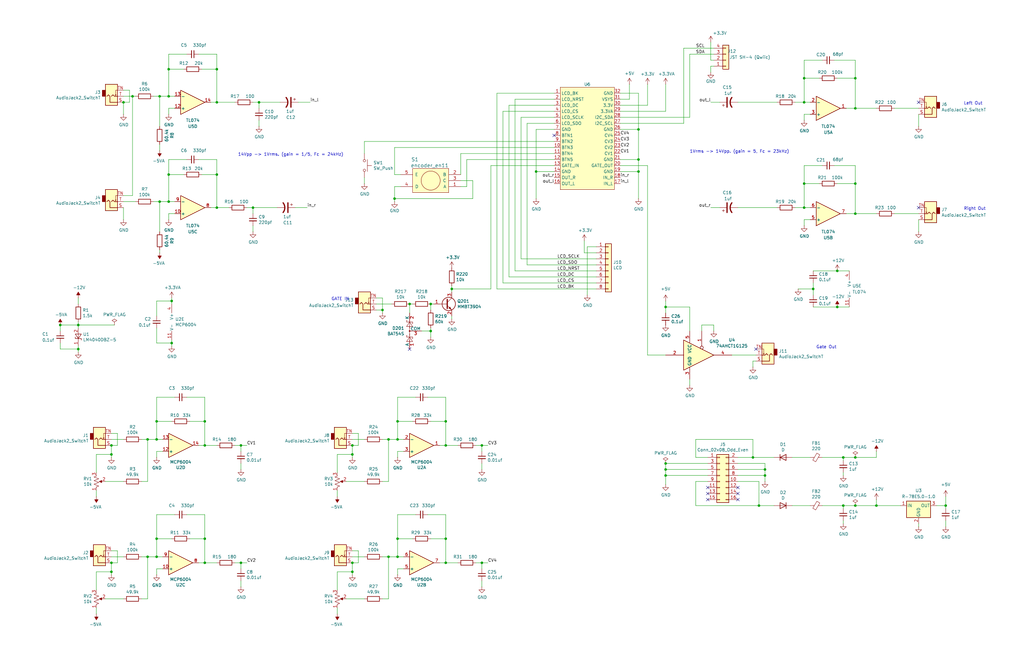
<source format=kicad_sch>
(kicad_sch (version 20250114) (generator "eeschema") (generator_version "9.0")
  (paper "B")
  (title_block (title "G081_Audio") (date "2021-12-09") (rev "0.2"))
  (text "14Vpp -> 1Vrms. (gain = 1/5, Fc = 24kHz)" (at 100.33 66.04 0) (effects (font (size 1.27 1.27)) (justify left bottom)))
  (text "Left Out" (at 406.4 44.45 0) (effects (font (size 1.27 1.27)) (justify left bottom)))
  (text "Right Out" (at 406.4 88.9 0) (effects (font (size 1.27 1.27)) (justify left bottom)))
  (text "Gate Out" (at 344.17 147.32 0) (effects (font (size 1.27 1.27)) (justify left bottom)))
  (text "1Vrms -> 14Vpp. (gain = 5, Fc = 23kHz)" (at 290.83 64.77 0) (effects (font (size 1.27 1.27)) (justify left bottom)))
  (text "GATE IN" (at 139.7 127 0) (effects (font (size 1.27 1.27)) (justify left bottom)))
  (junction (at 187.96 187.96))
  (junction (at 167.64 177.8))
  (junction (at 369.57 213.36))
  (junction (at 67.31 40.64))
  (junction (at 66.04 177.8))
  (junction (at 91.44 43.18))
  (junction (at 33.02 147.32))
  (junction (at 280.67 195.58))
  (junction (at 360.68 213.36))
  (junction (at 353.06 114.3))
  (junction (at 148.59 237.49))
  (junction (at 269.24 72.39))
  (junction (at 187.96 177.8))
  (junction (at 71.12 85.09))
  (junction (at 62.23 234.95))
  (junction (at 62.23 185.42))
  (junction (at 203.2 237.49))
  (junction (at 172.72 128.27))
  (junction (at 86.36 227.33))
  (junction (at 167.64 185.42))
  (junction (at 203.2 187.96))
  (junction (at 190.5 121.92))
  (junction (at 25.4 137.16))
  (junction (at 67.31 85.09))
  (junction (at 317.5 193.04))
  (junction (at 72.39 127))
  (junction (at 280.67 129.54))
  (junction (at 161.29 130.81))
  (junction (at 167.64 227.33))
  (junction (at 353.06 129.54))
  (junction (at 360.68 45.72))
  (junction (at 86.36 177.8))
  (junction (at 55.88 40.64))
  (junction (at 163.83 234.95))
  (junction (at 360.68 33.02))
  (junction (at 46.99 191.77))
  (junction (at 106.68 87.63))
  (junction (at 187.96 237.49))
  (junction (at 360.68 193.04))
  (junction (at 101.6 187.96))
  (junction (at 269.24 54.61))
  (junction (at 226.06 72.39))
  (junction (at 163.83 185.42))
  (junction (at 148.59 187.96))
  (junction (at 66.04 234.95))
  (junction (at 72.39 144.78))
  (junction (at 181.61 139.7))
  (junction (at 166.37 83.82))
  (junction (at 101.6 237.49))
  (junction (at 360.68 90.17))
  (junction (at 280.67 200.66))
  (junction (at 91.44 73.66))
  (junction (at 109.22 43.18))
  (junction (at 46.99 241.3))
  (junction (at 355.6 193.04))
  (junction (at 86.36 187.96))
  (junction (at 339.09 77.47))
  (junction (at 148.59 241.3))
  (junction (at 322.58 200.66))
  (junction (at 86.36 237.49))
  (junction (at 66.04 185.42))
  (junction (at 398.78 213.36))
  (junction (at 66.04 227.33))
  (junction (at 280.67 198.12))
  (junction (at 339.09 33.02))
  (junction (at 46.99 187.96))
  (junction (at 360.68 77.47))
  (junction (at 71.12 73.66))
  (junction (at 71.12 29.21))
  (junction (at 181.61 128.27))
  (junction (at 339.09 87.63))
  (junction (at 322.58 198.12))
  (junction (at 355.6 213.36))
  (junction (at 71.12 40.64))
  (junction (at 91.44 87.63))
  (junction (at 91.44 29.21))
  (junction (at 46.99 237.49))
  (junction (at 148.59 191.77))
  (junction (at 167.64 234.95))
  (junction (at 33.02 137.16))
  (junction (at 342.9 121.92))
  (junction (at 320.04 213.36))
  (junction (at 269.24 67.31))
  (junction (at 187.96 227.33))
  (junction (at 52.07 43.18))
  (junction (at 339.09 43.18))
  (no_connect (at 311.15 208.28))
  (no_connect (at 298.45 210.82))
  (no_connect (at 172.72 147.32))
  (no_connect (at 298.45 208.28))
  (no_connect (at 318.77 147.32))
  (no_connect (at 387.35 87.63))
  (no_connect (at 387.35 43.18))
  (no_connect (at 233.68 57.15))
  (no_connect (at 311.15 210.82))
  (no_connect (at 311.15 205.74))
  (no_connect (at 298.45 205.74))
  (wire (pts (xy 73.66 217.17) (xy 66.04 217.17)))
  (wire (pts (xy 358.14 114.3) (xy 353.06 114.3)))
  (wire (pts (xy 280.67 127) (xy 280.67 129.54)))
  (wire (pts (xy 55.88 40.64) (xy 55.88 82.55)))
  (wire (pts (xy 33.02 137.16) (xy 33.02 135.89)))
  (wire (pts (xy 40.64 241.3) (xy 40.64 248.92)))
  (wire (pts (xy 273.05 149.86) (xy 280.67 149.86)))
  (wire (pts (xy 80.01 227.33) (xy 86.36 227.33)))
  (wire (pts (xy 177.8 139.7) (xy 181.61 139.7)))
  (wire (pts (xy 91.44 87.63) (xy 88.9 87.63)))
  (wire (pts (xy 226.06 54.61) (xy 226.06 72.39)))
  (wire (pts (xy 40.64 191.77) (xy 40.64 199.39)))
  (wire (pts (xy 317.5 152.4) (xy 317.5 154.94)))
  (wire (pts (xy 200.66 187.96) (xy 203.2 187.96)))
  (wire (pts (xy 265.43 41.91) (xy 265.43 35.56)))
  (wire (pts (xy 269.24 72.39) (xy 269.24 83.82)))
  (wire (pts (xy 170.18 240.03) (xy 167.64 240.03)))
  (wire (pts (xy 83.82 22.86) (xy 91.44 22.86)))
  (wire (pts (xy 334.01 213.36) (xy 341.63 213.36)))
  (wire (pts (xy 101.6 187.96) (xy 104.14 187.96)))
  (wire (pts (xy 355.6 220.98) (xy 355.6 219.71)))
  (wire (pts (xy 52.07 85.09) (xy 57.15 85.09)))
  (wire (pts (xy 52.07 40.64) (xy 55.88 40.64)))
  (wire (pts (xy 317.5 185.42) (xy 317.5 193.04)))
  (wire (pts (xy 161.29 203.2) (xy 163.83 203.2)))
  (wire (pts (xy 175.26 217.17) (xy 167.64 217.17)))
  (wire (pts (xy 46.99 234.95) (xy 52.07 234.95)))
  (wire (pts (xy 99.06 237.49) (xy 101.6 237.49)))
  (wire (pts (xy 67.31 97.79) (xy 67.31 85.09)))
  (wire (pts (xy 91.44 29.21) (xy 91.44 43.18)))
  (wire (pts (xy 44.45 203.2) (xy 52.07 203.2)))
  (wire (pts (xy 106.68 87.63) (xy 116.84 87.63)))
  (wire (pts (xy 181.61 177.8) (xy 187.96 177.8)))
  (wire (pts (xy 73.66 45.72) (xy 71.12 45.72)))
  (wire (pts (xy 322.58 195.58) (xy 322.58 198.12)))
  (wire (pts (xy 66.04 144.78) (xy 66.04 138.43)))
  (wire (pts (xy 146.05 252.73) (xy 153.67 252.73)))
  (wire (pts (xy 353.06 33.02) (xy 360.68 33.02)))
  (wire (pts (xy 346.71 69.85) (xy 339.09 69.85)))
  (wire (pts (xy 71.12 85.09) (xy 73.66 85.09)))
  (wire (pts (xy 339.09 43.18) (xy 341.63 43.18)))
  (wire (pts (xy 91.44 73.66) (xy 91.44 87.63)))
  (wire (pts (xy 68.58 190.5) (xy 66.04 190.5)))
  (wire (pts (xy 40.64 207.01) (xy 40.64 209.55)))
  (wire (pts (xy 46.99 191.77) (xy 40.64 191.77)))
  (wire (pts (xy 308.61 149.86) (xy 318.77 149.86)))
  (wire (pts (xy 360.68 25.4) (xy 360.68 33.02)))
  (wire (pts (xy 142.24 207.01) (xy 142.24 209.55)))
  (wire (pts (xy 207.01 121.92) (xy 207.01 69.85)))
  (wire (pts (xy 295.91 139.7) (xy 295.91 137.16)))
  (wire (pts (xy 166.37 78.74) (xy 168.91 78.74)))
  (wire (pts (xy 148.59 232.41) (xy 151.13 232.41)))
  (wire (pts (xy 342.9 119.38) (xy 342.9 121.92)))
  (wire (pts (xy 295.91 137.16) (xy 300.99 137.16)))
  (wire (pts (xy 360.68 45.72) (xy 356.87 45.72)))
  (wire (pts (xy 387.35 48.26) (xy 387.35 53.34)))
  (wire (pts (xy 339.09 87.63) (xy 341.63 87.63)))
  (wire (pts (xy 290.83 22.86) (xy 300.99 22.86)))
  (wire (pts (xy 52.07 87.63) (xy 52.07 92.71)))
  (wire (pts (xy 52.07 43.18) (xy 52.07 48.26)))
  (wire (pts (xy 86.36 167.64) (xy 86.36 177.8)))
  (wire (pts (xy 280.67 198.12) (xy 280.67 200.66)))
  (wire (pts (xy 148.59 182.88) (xy 151.13 182.88)))
  (wire (pts (xy 196.85 67.31) (xy 196.85 78.74)))
  (wire (pts (xy 317.5 193.04) (xy 326.39 193.04)))
  (wire (pts (xy 85.09 73.66) (xy 91.44 73.66)))
  (wire (pts (xy 91.44 43.18) (xy 88.9 43.18)))
  (wire (pts (xy 335.28 87.63) (xy 339.09 87.63)))
  (wire (pts (xy 187.96 177.8) (xy 187.96 187.96)))
  (wire (pts (xy 72.39 227.33) (xy 66.04 227.33)))
  (wire (pts (xy 151.13 182.88) (xy 151.13 187.96)))
  (wire (pts (xy 339.09 92.71) (xy 339.09 95.25)))
  (wire (pts (xy 203.2 247.65) (xy 203.2 245.11)))
  (wire (pts (xy 46.99 191.77) (xy 46.99 193.04)))
  (wire (pts (xy 73.66 167.64) (xy 66.04 167.64)))
  (wire (pts (xy 355.6 193.04) (xy 360.68 193.04)))
  (wire (pts (xy 67.31 85.09) (xy 71.12 85.09)))
  (wire (pts (xy 203.2 237.49) (xy 205.74 237.49)))
  (wire (pts (xy 298.45 203.2) (xy 293.37 203.2)))
  (wire (pts (xy 293.37 213.36) (xy 320.04 213.36)))
  (wire (pts (xy 360.68 33.02) (xy 360.68 45.72)))
  (wire (pts (xy 334.01 193.04) (xy 341.63 193.04)))
  (wire (pts (xy 59.69 185.42) (xy 62.23 185.42)))
  (wire (pts (xy 222.25 52.07) (xy 233.68 52.07)))
  (wire (pts (xy 322.58 198.12) (xy 322.58 200.66)))
  (wire (pts (xy 71.12 22.86) (xy 71.12 29.21)))
  (wire (pts (xy 72.39 127) (xy 72.39 128.27)))
  (wire (pts (xy 288.29 20.32) (xy 300.99 20.32)))
  (wire (pts (xy 280.67 129.54) (xy 280.67 132.08)))
  (wire (pts (xy 101.6 237.49) (xy 104.14 237.49)))
  (wire (pts (xy 261.62 49.53) (xy 290.83 49.53)))
  (wire (pts (xy 360.68 77.47) (xy 360.68 90.17)))
  (wire (pts (xy 167.64 185.42) (xy 170.18 185.42)))
  (wire (pts (xy 369.57 213.36) (xy 379.73 213.36)))
  (wire (pts (xy 299.72 30.48) (xy 299.72 27.94)))
  (wire (pts (xy 167.64 240.03) (xy 167.64 242.57)))
  (wire (pts (xy 148.59 241.3) (xy 148.59 242.57)))
  (wire (pts (xy 398.78 209.55) (xy 398.78 213.36)))
  (wire (pts (xy 181.61 130.81) (xy 181.61 128.27)))
  (wire (pts (xy 142.24 241.3) (xy 142.24 248.92)))
  (wire (pts (xy 49.53 237.49) (xy 46.99 237.49)))
  (wire (pts (xy 78.74 22.86) (xy 71.12 22.86)))
  (wire (pts (xy 77.47 29.21) (xy 71.12 29.21)))
  (wire (pts (xy 199.39 76.2) (xy 199.39 83.82)))
  (wire (pts (xy 345.44 33.02) (xy 339.09 33.02)))
  (wire (pts (xy 222.25 111.76) (xy 222.25 52.07)))
  (wire (pts (xy 33.02 128.27) (xy 33.02 125.73)))
  (wire (pts (xy 62.23 234.95) (xy 66.04 234.95)))
  (wire (pts (xy 161.29 130.81) (xy 158.75 130.81)))
  (wire (pts (xy 71.12 67.31) (xy 71.12 73.66)))
  (wire (pts (xy 269.24 39.37) (xy 269.24 54.61)))
  (wire (pts (xy 66.04 167.64) (xy 66.04 177.8)))
  (wire (pts (xy 180.34 217.17) (xy 187.96 217.17)))
  (wire (pts (xy 196.85 67.31) (xy 233.68 67.31)))
  (wire (pts (xy 299.72 87.63) (xy 303.53 87.63)))
  (wire (pts (xy 187.96 217.17) (xy 187.96 227.33)))
  (wire (pts (xy 106.68 87.63) (xy 106.68 90.17)))
  (wire (pts (xy 46.99 187.96) (xy 46.99 191.77)))
  (wire (pts (xy 71.12 29.21) (xy 71.12 40.64)))
  (wire (pts (xy 190.5 121.92) (xy 207.01 121.92)))
  (wire (pts (xy 148.59 241.3) (xy 142.24 241.3)))
  (wire (pts (xy 261.62 72.39) (xy 269.24 72.39)))
  (wire (pts (xy 59.69 252.73) (xy 62.23 252.73)))
  (wire (pts (xy 209.55 121.92) (xy 209.55 39.37)))
  (wire (pts (xy 86.36 237.49) (xy 83.82 237.49)))
  (wire (pts (xy 190.5 123.19) (xy 190.5 121.92)))
  (wire (pts (xy 299.72 27.94) (xy 300.99 27.94)))
  (wire (pts (xy 339.09 25.4) (xy 339.09 33.02)))
  (wire (pts (xy 49.53 187.96) (xy 46.99 187.96)))
  (wire (pts (xy 146.05 203.2) (xy 153.67 203.2)))
  (wire (pts (xy 62.23 185.42) (xy 66.04 185.42)))
  (wire (pts (xy 67.31 40.64) (xy 71.12 40.64)))
  (wire (pts (xy 203.2 198.12) (xy 203.2 195.58)))
  (wire (pts (xy 64.77 85.09) (xy 67.31 85.09)))
  (wire (pts (xy 62.23 252.73) (xy 62.23 234.95)))
  (wire (pts (xy 46.99 232.41) (xy 49.53 232.41)))
  (wire (pts (xy 66.04 127) (xy 66.04 133.35)))
  (wire (pts (xy 148.59 237.49) (xy 148.59 241.3)))
  (wire (pts (xy 166.37 73.66) (xy 168.91 73.66)))
  (wire (pts (xy 322.58 200.66) (xy 322.58 203.2)))
  (wire (pts (xy 33.02 138.43) (xy 33.02 137.16)))
  (wire (pts (xy 217.17 114.3) (xy 217.17 41.91)))
  (wire (pts (xy 360.68 213.36) (xy 369.57 213.36)))
  (wire (pts (xy 298.45 193.04) (xy 293.37 193.04)))
  (wire (pts (xy 72.39 177.8) (xy 66.04 177.8)))
  (wire (pts (xy 261.62 52.07) (xy 288.29 52.07)))
  (wire (pts (xy 219.71 109.22) (xy 219.71 49.53)))
  (wire (pts (xy 161.29 234.95) (xy 163.83 234.95)))
  (wire (pts (xy 163.83 234.95) (xy 167.64 234.95)))
  (wire (pts (xy 66.04 234.95) (xy 68.58 234.95)))
  (wire (pts (xy 52.07 38.1) (xy 54.61 38.1)))
  (wire (pts (xy 300.99 25.4) (xy 299.72 25.4)))
  (wire (pts (xy 71.12 45.72) (xy 71.12 48.26)))
  (wire (pts (xy 40.64 256.54) (xy 40.64 259.08)))
  (wire (pts (xy 387.35 220.98) (xy 387.35 222.25)))
  (wire (pts (xy 246.38 106.68) (xy 246.38 101.6)))
  (wire (pts (xy 360.68 90.17) (xy 369.57 90.17)))
  (wire (pts (xy 25.4 147.32) (xy 33.02 147.32)))
  (wire (pts (xy 175.26 167.64) (xy 167.64 167.64)))
  (wire (pts (xy 85.09 29.21) (xy 91.44 29.21)))
  (wire (pts (xy 280.67 200.66) (xy 280.67 204.47)))
  (wire (pts (xy 151.13 237.49) (xy 148.59 237.49)))
  (wire (pts (xy 166.37 62.23) (xy 166.37 73.66)))
  (wire (pts (xy 298.45 198.12) (xy 280.67 198.12)))
  (wire (pts (xy 194.31 64.77) (xy 194.31 73.66)))
  (wire (pts (xy 86.36 177.8) (xy 86.36 187.96)))
  (wire (pts (xy 203.2 237.49) (xy 203.2 240.03)))
  (wire (pts (xy 214.63 116.84) (xy 214.63 44.45)))
  (wire (pts (xy 77.47 73.66) (xy 71.12 73.66)))
  (wire (pts (xy 173.99 177.8) (xy 167.64 177.8)))
  (wire (pts (xy 355.6 199.39) (xy 355.6 200.66)))
  (wire (pts (xy 317.5 152.4) (xy 318.77 152.4)))
  (wire (pts (xy 71.12 90.17) (xy 71.12 92.71)))
  (wire (pts (xy 233.68 64.77) (xy 194.31 64.77)))
  (wire (pts (xy 72.39 144.78) (xy 66.04 144.78)))
  (wire (pts (xy 91.44 67.31) (xy 91.44 73.66)))
  (wire (pts (xy 353.06 77.47) (xy 360.68 77.47)))
  (wire (pts (xy 172.72 128.27) (xy 173.99 128.27)))
  (wire (pts (xy 25.4 144.78) (xy 25.4 147.32)))
  (wire (pts (xy 68.58 240.03) (xy 66.04 240.03)))
  (wire (pts (xy 181.61 138.43) (xy 181.61 139.7)))
  (wire (pts (xy 101.6 237.49) (xy 101.6 240.03)))
  (wire (pts (xy 233.68 54.61) (xy 226.06 54.61)))
  (wire (pts (xy 86.36 187.96) (xy 91.44 187.96)))
  (wire (pts (xy 187.96 187.96) (xy 193.04 187.96)))
  (wire (pts (xy 66.04 217.17) (xy 66.04 227.33)))
  (wire (pts (xy 261.62 44.45) (xy 273.05 44.45)))
  (wire (pts (xy 214.63 116.84) (xy 251.46 116.84)))
  (wire (pts (xy 62.23 203.2) (xy 62.23 185.42)))
  (wire (pts (xy 46.99 241.3) (xy 40.64 241.3)))
  (wire (pts (xy 161.29 130.81) (xy 161.29 132.08)))
  (wire (pts (xy 369.57 193.04) (xy 369.57 190.5)))
  (wire (pts (xy 300.99 137.16) (xy 300.99 139.7)))
  (wire (pts (xy 355.6 193.04) (xy 355.6 194.31)))
  (wire (pts (xy 181.61 139.7) (xy 181.61 142.24)))
  (wire (pts (xy 187.96 237.49) (xy 185.42 237.49)))
  (wire (pts (xy 71.12 40.64) (xy 73.66 40.64)))
  (wire (pts (xy 101.6 198.12) (xy 101.6 195.58)))
  (wire (pts (xy 33.02 148.59) (xy 33.02 147.32)))
  (wire (pts (xy 212.09 119.38) (xy 212.09 46.99)))
  (wire (pts (xy 288.29 52.07) (xy 288.29 20.32)))
  (wire (pts (xy 369.57 213.36) (xy 369.57 210.82)))
  (wire (pts (xy 203.2 187.96) (xy 203.2 190.5)))
  (wire (pts (xy 91.44 43.18) (xy 99.06 43.18)))
  (wire (pts (xy 91.44 22.86) (xy 91.44 29.21)))
  (wire (pts (xy 67.31 63.5) (xy 67.31 60.96)))
  (wire (pts (xy 317.5 193.04) (xy 311.15 193.04)))
  (wire (pts (xy 293.37 203.2) (xy 293.37 213.36)))
  (wire (pts (xy 342.9 129.54) (xy 353.06 129.54)))
  (wire (pts (xy 394.97 213.36) (xy 398.78 213.36)))
  (wire (pts (xy 167.64 177.8) (xy 167.64 185.42)))
  (wire (pts (xy 311.15 200.66) (xy 322.58 200.66)))
  (wire (pts (xy 106.68 43.18) (xy 109.22 43.18)))
  (wire (pts (xy 52.07 82.55) (xy 55.88 82.55)))
  (wire (pts (xy 151.13 187.96) (xy 148.59 187.96)))
  (wire (pts (xy 261.62 46.99) (xy 280.67 46.99)))
  (wire (pts (xy 209.55 39.37) (xy 233.68 39.37)))
  (wire (pts (xy 290.83 129.54) (xy 280.67 129.54)))
  (wire (pts (xy 261.62 41.91) (xy 265.43 41.91)))
  (wire (pts (xy 66.04 177.8) (xy 66.04 185.42)))
  (wire (pts (xy 49.53 182.88) (xy 49.53 187.96)))
  (wire (pts (xy 345.44 77.47) (xy 339.09 77.47)))
  (wire (pts (xy 226.06 72.39) (xy 226.06 83.82)))
  (wire (pts (xy 101.6 247.65) (xy 101.6 245.11)))
  (wire (pts (xy 83.82 67.31) (xy 91.44 67.31)))
  (wire (pts (xy 398.78 219.71) (xy 398.78 222.25)))
  (wire (pts (xy 64.77 40.64) (xy 67.31 40.64)))
  (wire (pts (xy 346.71 213.36) (xy 355.6 213.36)))
  (wire (pts (xy 33.02 147.32) (xy 33.02 146.05)))
  (wire (pts (xy 342.9 121.92) (xy 336.55 121.92)))
  (wire (pts (xy 377.19 45.72) (xy 387.35 45.72)))
  (wire (pts (xy 167.64 227.33) (xy 167.64 234.95)))
  (wire (pts (xy 214.63 44.45) (xy 233.68 44.45)))
  (wire (pts (xy 163.83 252.73) (xy 163.83 234.95)))
  (wire (pts (xy 217.17 41.91) (xy 233.68 41.91)))
  (wire (pts (xy 46.99 185.42) (xy 52.07 185.42)))
  (wire (pts (xy 219.71 49.53) (xy 233.68 49.53)))
  (wire (pts (xy 187.96 237.49) (xy 193.04 237.49)))
  (wire (pts (xy 148.59 185.42) (xy 153.67 185.42)))
  (wire (pts (xy 339.09 69.85) (xy 339.09 77.47)))
  (wire (pts (xy 207.01 69.85) (xy 233.68 69.85)))
  (wire (pts (xy 142.24 256.54) (xy 142.24 259.08)))
  (wire (pts (xy 78.74 67.31) (xy 71.12 67.31)))
  (wire (pts (xy 44.45 252.73) (xy 52.07 252.73)))
  (wire (pts (xy 290.83 160.02) (xy 290.83 162.56)))
  (wire (pts (xy 203.2 187.96) (xy 205.74 187.96)))
  (wire (pts (xy 222.25 111.76) (xy 251.46 111.76)))
  (wire (pts (xy 187.96 227.33) (xy 187.96 237.49)))
  (wire (pts (xy 66.04 190.5) (xy 66.04 193.04)))
  (wire (pts (xy 72.39 127) (xy 66.04 127)))
  (wire (pts (xy 86.36 237.49) (xy 91.44 237.49)))
  (wire (pts (xy 72.39 146.05) (xy 72.39 144.78)))
  (wire (pts (xy 142.24 191.77) (xy 142.24 199.39)))
  (wire (pts (xy 212.09 46.99) (xy 233.68 46.99)))
  (wire (pts (xy 339.09 77.47) (xy 339.09 87.63)))
  (wire (pts (xy 180.34 167.64) (xy 187.96 167.64)))
  (wire (pts (xy 106.68 97.79) (xy 106.68 95.25)))
  (wire (pts (xy 346.71 25.4) (xy 339.09 25.4)))
  (wire (pts (xy 377.19 90.17) (xy 387.35 90.17)))
  (wire (pts (xy 170.18 190.5) (xy 167.64 190.5)))
  (wire (pts (xy 261.62 39.37) (xy 269.24 39.37)))
  (wire (pts (xy 273.05 69.85) (xy 273.05 149.86)))
  (wire (pts (xy 163.83 185.42) (xy 167.64 185.42)))
  (wire (pts (xy 299.72 43.18) (xy 303.53 43.18)))
  (wire (pts (xy 78.74 217.17) (xy 86.36 217.17)))
  (wire (pts (xy 54.61 43.18) (xy 52.07 43.18)))
  (wire (pts (xy 109.22 53.34) (xy 109.22 50.8)))
  (wire (pts (xy 311.15 43.18) (xy 327.66 43.18)))
  (wire (pts (xy 233.68 62.23) (xy 166.37 62.23)))
  (wire (pts (xy 109.22 43.18) (xy 118.11 43.18)))
  (wire (pts (xy 166.37 83.82) (xy 166.37 78.74)))
  (wire (pts (xy 173.99 227.33) (xy 167.64 227.33)))
  (wire (pts (xy 167.64 167.64) (xy 167.64 177.8)))
  (wire (pts (xy 290.83 49.53) (xy 290.83 22.86)))
  (wire (pts (xy 54.61 38.1) (xy 54.61 43.18)))
  (wire (pts (xy 326.39 213.36) (xy 320.04 213.36)))
  (wire (pts (xy 167.64 190.5) (xy 167.64 193.04)))
  (wire (pts (xy 339.09 48.26) (xy 341.63 48.26)))
  (wire (pts (xy 293.37 185.42) (xy 317.5 185.42)))
  (wire (pts (xy 166.37 83.82) (xy 199.39 83.82)))
  (wire (pts (xy 104.14 87.63) (xy 106.68 87.63)))
  (wire (pts (xy 66.04 240.03) (xy 66.04 242.57)))
  (wire (pts (xy 59.69 203.2) (xy 62.23 203.2)))
  (wire (pts (xy 247.65 124.46) (xy 247.65 104.14)))
  (wire (pts (xy 66.04 227.33) (xy 66.04 234.95)))
  (wire (pts (xy 190.5 121.92) (xy 190.5 120.65)))
  (wire (pts (xy 269.24 67.31) (xy 269.24 72.39)))
  (wire (pts (xy 158.75 128.27) (xy 165.1 128.27)))
  (wire (pts (xy 261.62 54.61) (xy 269.24 54.61)))
  (wire (pts (xy 33.02 137.16) (xy 48.26 137.16)))
  (wire (pts (xy 247.65 104.14) (xy 251.46 104.14)))
  (wire (pts (xy 109.22 43.18) (xy 109.22 45.72)))
  (wire (pts (xy 217.17 114.3) (xy 251.46 114.3)))
  (wire (pts (xy 167.64 234.95) (xy 170.18 234.95)))
  (wire (pts (xy 181.61 227.33) (xy 187.96 227.33)))
  (wire (pts (xy 269.24 54.61) (xy 269.24 67.31)))
  (wire (pts (xy 261.62 69.85) (xy 273.05 69.85)))
  (wire (pts (xy 311.15 198.12) (xy 322.58 198.12)))
  (wire (pts (xy 280.67 195.58) (xy 280.67 198.12)))
  (wire (pts (xy 190.5 134.62) (xy 190.5 133.35)))
  (wire (pts (xy 353.06 129.54) (xy 358.14 129.54)))
  (wire (pts (xy 219.71 109.22) (xy 251.46 109.22)))
  (wire (pts (xy 339.09 92.71) (xy 341.63 92.71)))
  (wire (pts (xy 172.72 128.27) (xy 172.72 132.08)))
  (wire (pts (xy 148.59 187.96) (xy 148.59 191.77)))
  (wire (pts (xy 148.59 234.95) (xy 153.67 234.95)))
  (wire (pts (xy 353.06 114.3) (xy 342.9 114.3)))
  (wire (pts (xy 290.83 139.7) (xy 290.83 129.54)))
  (wire (pts (xy 299.72 17.78) (xy 299.72 25.4)))
  (wire (pts (xy 148.59 191.77) (xy 142.24 191.77)))
  (wire (pts (xy 73.66 90.17) (xy 71.12 90.17)))
  (wire (pts (xy 153.67 77.47) (xy 153.67 74.93)))
  (wire (pts (xy 86.36 187.96) (xy 83.82 187.96)))
  (wire (pts (xy 71.12 73.66) (xy 71.12 85.09)))
  (wire (pts (xy 311.15 195.58) (xy 322.58 195.58)))
  (wire (pts (xy 251.46 106.68) (xy 246.38 106.68)))
  (wire (pts (xy 46.99 241.3) (xy 46.99 242.57)))
  (wire (pts (xy 72.39 144.78) (xy 72.39 143.51)))
  (wire (pts (xy 25.4 139.7) (xy 25.4 137.16)))
  (wire (pts (xy 311.15 87.63) (xy 327.66 87.63)))
  (wire (pts (xy 387.35 92.71) (xy 387.35 97.79)))
  (wire (pts (xy 351.79 69.85) (xy 360.68 69.85)))
  (wire (pts (xy 226.06 72.39) (xy 233.68 72.39)))
  (wire (pts (xy 78.74 167.64) (xy 86.36 167.64)))
  (wire (pts (xy 67.31 106.68) (xy 67.31 105.41)))
  (wire (pts (xy 273.05 44.45) (xy 273.05 35.56)))
  (wire (pts (xy 161.29 252.73) (xy 163.83 252.73)))
  (wire (pts (xy 182.88 128.27) (xy 181.61 128.27)))
  (wire (pts (xy 46.99 237.49) (xy 46.99 241.3)))
  (wire (pts (xy 339.09 33.02) (xy 339.09 43.18)))
  (wire (pts (xy 342.9 121.92) (xy 342.9 124.46)))
  (wire (pts (xy 161.29 185.42) (xy 163.83 185.42)))
  (wire (pts (xy 335.28 43.18) (xy 339.09 43.18)))
  (wire (pts (xy 233.68 59.69) (xy 153.67 59.69)))
  (wire (pts (xy 200.66 237.49) (xy 203.2 237.49)))
  (wire (pts (xy 298.45 200.66) (xy 280.67 200.66)))
  (wire (pts (xy 298.45 195.58) (xy 280.67 195.58)))
  (wire (pts (xy 101.6 187.96) (xy 101.6 190.5)))
  (wire (pts (xy 167.64 217.17) (xy 167.64 227.33)))
  (wire (pts (xy 360.68 69.85) (xy 360.68 77.47)))
  (wire (pts (xy 158.75 125.73) (xy 161.29 125.73)))
  (wire (pts (xy 398.78 213.36) (xy 398.78 214.63)))
  (wire (pts (xy 209.55 121.92) (xy 251.46 121.92)))
  (wire (pts (xy 212.09 119.38) (xy 251.46 119.38)))
  (wire (pts (xy 360.68 90.17) (xy 356.87 90.17)))
  (wire (pts (xy 187.96 187.96) (xy 185.42 187.96)))
  (wire (pts (xy 66.04 185.42) (xy 68.58 185.42)))
  (wire (pts (xy 80.01 177.8) (xy 86.36 177.8)))
  (wire (pts (xy 99.06 187.96) (xy 101.6 187.96)))
  (wire (pts (xy 25.4 137.16) (xy 33.02 137.16)))
  (wire (pts (xy 355.6 213.36) (xy 355.6 214.63)))
  (wire (pts (xy 166.37 85.09) (xy 166.37 83.82)))
  (wire (pts (xy 151.13 232.41) (xy 151.13 237.49)))
  (wire (pts (xy 125.73 43.18) (xy 130.81 43.18)))
  (wire (pts (xy 91.44 87.63) (xy 96.52 87.63)))
  (wire (pts (xy 339.09 48.26) (xy 339.09 50.8)))
  (wire (pts (xy 86.36 227.33) (xy 86.36 237.49)))
  (wire (pts (xy 153.67 59.69) (xy 153.67 64.77)))
  (wire (pts (xy 360.68 193.04) (xy 369.57 193.04)))
  (wire (pts (xy 293.37 193.04) (xy 293.37 185.42)))
  (wire (pts (xy 46.99 182.88) (xy 49.53 182.88)))
  (wire (pts (xy 55.88 40.64) (xy 57.15 40.64)))
  (wire (pts (xy 124.46 87.63) (xy 129.54 87.63)))
  (wire (pts (xy 351.79 25.4) (xy 360.68 25.4)))
  (wire (pts (xy 346.71 193.04) (xy 355.6 193.04)))
  (wire (pts (xy 261.62 67.31) (xy 269.24 67.31)))
  (wire (pts (xy 194.31 78.74) (xy 196.85 78.74)))
  (wire (pts (xy 311.15 203.2) (xy 320.04 203.2)))
  (wire (pts (xy 280.67 46.99) (xy 280.67 35.56)))
  (wire (pts (xy 194.31 76.2) (xy 199.39 76.2)))
  (wire (pts (xy 49.53 232.41) (xy 49.53 237.49)))
  (wire (pts (xy 163.83 203.2) (xy 163.83 185.42)))
  (wire (pts (xy 187.96 167.64) (xy 187.96 177.8)))
  (wire (pts (xy 148.59 191.77) (xy 148.59 193.04)))
  (wire (pts (xy 59.69 234.95) (xy 62.23 234.95)))
  (wire (pts (xy 320.04 213.36) (xy 320.04 203.2)))
  (wire (pts (xy 72.39 125.73) (xy 72.39 127)))
  (wire (pts (xy 355.6 213.36) (xy 360.68 213.36)))
  (wire (pts (xy 86.36 217.17) (xy 86.36 227.33)))
  (wire (pts (xy 161.29 125.73) (xy 161.29 130.81)))
  (wire (pts (xy 67.31 53.34) (xy 67.31 40.64)))
  (wire (pts (xy 360.68 45.72) (xy 369.57 45.72)))
  (label "out_r" (at 299.72 87.63 180))
  (label "out_l" (at 299.72 43.18 180))
  (label "LCD_SCLK" (at 234.95 109.22 0))
  (label "in_l" (at 130.81 43.18 0))
  (label "CV2" (at 261.62 62.23 0))
  (label "CV4" (at 261.62 57.15 0))
  (label "LCD_BK" (at 234.95 121.92 0))
  (label "in_l" (at 261.62 77.47 0))
  (label "in_r" (at 261.62 74.93 0))
  (label "out_l" (at 233.68 77.47 180))
  (label "SCL" (at 297.18 20.32 180))
  (label "CV4" (at 205.74 237.49 0))
  (label "CV3" (at 205.74 187.96 0))
  (label "CV1" (at 104.14 187.96 0))
  (label "CV2" (at 104.14 237.49 0))
  (label "out_r" (at 233.68 74.93 180))
  (label "LCD_CS" (at 234.95 119.38 0))
  (label "SDA" (at 297.18 22.86 180))
  (label "in_r" (at 129.54 87.63 0))
  (label "LCD_SDO" (at 234.95 111.76 0))
  (label "CV1" (at 261.62 64.77 0))
  (label "LCD_DC" (at 234.95 116.84 0))
  (label "CV3" (at 261.62 59.69 0))
  (label "LCD_NRST" (at 234.95 114.3 0))
  (symbol (lib_id "EMEB:encoder_en11") (at 181.61 76.2 90) (unit 1)
    (property "Reference" "S1" (at 176.53 67.31 90) (effects (font (size 1.524 1.524)) (justify left)))
    (property "Value" "encoder_en11" (at 189.23 69.85 90) (effects (font (size 1.524 1.524)) (justify left)))
    (property "Footprint" "EMEB:ENC_11" (effects (hide yes)))
  )
  (symbol (lib_id "power:GND") (at 166.37 85.09 0) (unit 1)
    (property "Reference" "#PWR029" (effects (hide yes)))
    (property "Value" "GND" (at 166.37 88.9 0))
    (property "Description" "Power symbol creates a global label with name \"GND\" , ground" (effects (hide yes)))
  )
  (symbol (lib_id "power:GND") (at 181.61 142.24 0) (unit 1)
    (property "Reference" "#PWR0195" (effects (hide yes)))
    (property "Value" "GND" (at 181.737 146.6342 0))
    (property "Description" "Power symbol creates a global label with name \"GND\" , ground" (effects (hide yes)))
  )
  (symbol (lib_id "Transistor_BJT:2N3055") (at 187.96 128.27 0) (unit 1)
    (property "Reference" "Q201" (at 192.786 127.1016 0) (effects (justify left)))
    (property "Value" "MMBT3904" (at 192.786 129.413 0) (effects (justify left)))
    (property "Footprint" "Package_TO_SOT_SMD:SOT-23" (effects (hide yes)))
    (property "Datasheet" "http://www.onsemi.com/pub_link/Collateral/2N3055-D.PDF" (effects (hide yes)))
    (property "Description" "15A Ic, 60V Vce, Power NPN Transistor, TO-3" (effects (hide yes)))
  )
  (symbol (lib_id "Device:R") (at 177.8 128.27 270) (unit 1)
    (property "Reference" "R218" (at 177.8 123.0122 90))
    (property "Value" "10k" (at 177.8 125.3236 90))
    (property "Footprint" "Resistor_SMD:R_0603_1608Metric" (effects (hide yes)))
    (property "Description" "Resistor" (effects (hide yes)))
  )
  (symbol (lib_id "power:GND") (at 161.29 132.08 0) (unit 1)
    (property "Reference" "#PWR0187" (effects (hide yes)))
    (property "Value" "GND" (at 161.417 136.4742 0))
    (property "Description" "Power symbol creates a global label with name \"GND\" , ground" (effects (hide yes)))
  )
  (symbol (lib_id "Device:R") (at 168.91 128.27 270) (unit 1)
    (property "Reference" "R217" (at 168.91 123.0122 90))
    (property "Value" "10k" (at 168.91 125.3236 90))
    (property "Footprint" "Resistor_SMD:R_0603_1608Metric" (effects (hide yes)))
    (property "Description" "Resistor" (effects (hide yes)))
  )
  (symbol (lib_id "Device:R") (at 181.61 134.62 180) (unit 1)
    (property "Reference" "R219" (at 183.388 133.4516 0) (effects (justify right)))
    (property "Value" "60k" (at 183.388 135.763 0) (effects (justify right)))
    (property "Footprint" "Resistor_SMD:R_0603_1608Metric" (effects (hide yes)))
    (property "Description" "Resistor" (effects (hide yes)))
  )
  (symbol (lib_id "Diode:BAT54S") (at 172.72 139.7 90) (unit 1)
    (property "Reference" "D201" (at 170.4848 138.5316 90) (effects (justify left)))
    (property "Value" "BAT54S" (at 170.4848 140.843 90) (effects (justify left)))
    (property "Footprint" "Package_TO_SOT_SMD:SOT-23" (effects (hide yes)))
    (property "Datasheet" "https://www.diodes.com/assets/Datasheets/ds11005.pdf" (effects (hide yes)))
    (property "Description" "Vr 30V, If 200mA, Dual schottky barrier diode, in series, SOT-323" (effects (hide yes)))
  )
  (symbol (lib_id "Device:R") (at 190.5 116.84 180) (unit 1)
    (property "Reference" "R220" (at 192.278 115.6716 0) (effects (justify right)))
    (property "Value" "10k" (at 192.278 117.983 0) (effects (justify right)))
    (property "Footprint" "Resistor_SMD:R_0603_1608Metric" (effects (hide yes)))
    (property "Description" "Resistor" (effects (hide yes)))
  )
  (symbol (lib_id "power:GND") (at 247.65 124.46 0) (unit 1)
    (property "Reference" "#PWR0189" (effects (hide yes)))
    (property "Value" "GND" (at 247.777 128.8542 0))
    (property "Description" "Power symbol creates a global label with name \"GND\" , ground" (effects (hide yes)))
  )
  (symbol (lib_id "power:+5V") (at 265.43 35.56 0) (unit 1)
    (property "Reference" "#PWR048" (effects (hide yes)))
    (property "Value" "+5V" (at 265.43 30.988 0))
    (property "Description" "Power symbol creates a global label with name \"+5V\"" (effects (hide yes)))
  )
  (symbol (lib_id "Device:R_Potentiometer_US") (at 142.24 252.73 0) (mirror x) (unit 1)
    (property "Reference" "RV4" (at 140.462 251.5616 0) (effects (justify right)))
    (property "Value" "10k" (at 140.462 253.873 0) (effects (justify right)))
    (property "Footprint" "EMEB:Potentiometer_TT_P0915N" (effects (hide yes)))
    (property "Description" "Potentiometer, US symbol" (effects (hide yes)))
  )
  (symbol (lib_id "power:GND") (at 190.5 134.62 0) (unit 1)
    (property "Reference" "#PWR050" (effects (hide yes)))
    (property "Value" "GND" (at 190.627 139.0142 0))
    (property "Description" "Power symbol creates a global label with name \"GND\" , ground" (effects (hide yes)))
  )
  (symbol (lib_id "power:-5VA") (at 25.4 137.16 0) (unit 1)
    (property "Reference" "#PWR1" (effects (hide yes)))
    (property "Value" "-5VA" (at 25.781 132.7658 0))
    (property "Description" "Power symbol creates a global label with name \"-5VA\"" (effects (hide yes)))
  )
  (symbol (lib_id "power:-12V") (at 353.06 129.54 0) (unit 1)
    (property "Reference" "#PWR35" (effects (hide yes)))
    (property "Value" "-12V" (at 353.441 125.1458 0))
    (property "Description" "Power symbol creates a global label with name \"-12V\"" (effects (hide yes)))
  )
  (symbol (lib_id "power:GND") (at 66.04 193.04 0) (unit 1)
    (property "Reference" "#PWR10" (effects (hide yes)))
    (property "Value" "GND" (at 66.167 197.4342 0))
    (property "Description" "Power symbol creates a global label with name \"GND\" , ground" (effects (hide yes)))
  )
  (symbol (lib_id "Device:R") (at 76.2 177.8 270) (unit 1)
    (property "Reference" "R10" (at 73.66 175.26 90))
    (property "Value" "33k" (at 78.74 175.26 90))
    (property "Footprint" "Resistor_SMD:R_0603_1608Metric" (effects (hide yes)))
    (property "Description" "Resistor" (effects (hide yes)))
  )
  (symbol (lib_id "power:+3.3V") (at 246.38 101.6 0) (unit 1)
    (property "Reference" "#PWR058" (effects (hide yes)))
    (property "Value" "+3.3V" (at 246.761 97.2058 0))
    (property "Description" "Power symbol creates a global label with name \"+3.3V\"" (effects (hide yes)))
  )
  (symbol (lib_id "Device:R") (at 100.33 87.63 270) (unit 1)
    (property "Reference" "R16" (at 96.52 85.09 90))
    (property "Value" "100" (at 102.87 85.09 90))
    (property "Footprint" "Resistor_SMD:R_0603_1608Metric" (effects (hide yes)))
    (property "Description" "Resistor" (effects (hide yes)))
  )
  (symbol (lib_id "power:+3.3V") (at 299.72 17.78 0) (unit 1)
    (property "Reference" "#PWR011" (effects (hide yes)))
    (property "Value" "+3.3V" (at 303.53 13.97 0))
    (property "Description" "Power symbol creates a global label with name \"+3.3V\"" (effects (hide yes)))
  )
  (symbol (lib_id "Device:R") (at 373.38 45.72 270) (unit 1)
    (property "Reference" "R22" (at 370.84 43.18 90))
    (property "Value" "100" (at 375.92 43.18 90))
    (property "Footprint" "Resistor_SMD:R_0603_1608Metric" (effects (hide yes)))
    (property "Description" "Resistor" (effects (hide yes)))
  )
  (symbol (lib_id "Amplifier_Operational:MCP6004") (at 177.8 237.49 0) (mirror x) (unit 2)
    (property "Reference" "U2" (at 177.8 246.8118 0))
    (property "Value" "MCP6004" (at 177.8 244.5004 0))
    (property "Footprint" "Package_SO:SOIC-14_3.9x8.7mm_P1.27mm" (effects (hide yes)))
    (property "Datasheet" "http://ww1.microchip.com/downloads/en/DeviceDoc/21733j.pdf" (effects (hide yes)))
    (property "Description" "1MHz, Low-Power Op Amp, DIP-14/SOIC-14/TSSOP-14" (effects (hide yes)))
  )
  (symbol (lib_id "Device:D") (at 330.2 193.04 0) (unit 1)
    (property "Reference" "D1" (at 330.2 187.5282 0))
    (property "Value" "D" (at 330.2 189.8396 0))
    (property "Footprint" "Diode_SMD:D_SMA" (effects (hide yes)))
    (property "Description" "Diode" (effects (hide yes)))
    (property "Sim.Device" "D" (effects (hide yes)))
    (property "Sim.Pins" "1=K 2=A" (effects (hide yes)))
  )
  (symbol (lib_id "Device:C_Small") (at 280.67 134.62 0) (unit 1)
    (property "Reference" "C26" (at 283.0068 133.4516 0) (effects (justify left)))
    (property "Value" "0.1uf" (at 283.0068 135.763 0) (effects (justify left)))
    (property "Footprint" "Capacitor_SMD:C_0603_1608Metric" (effects (hide yes)))
    (property "Description" "Unpolarized capacitor, small symbol" (effects (hide yes)))
  )
  (symbol (lib_id "Connector_Audio:AudioJack2_SwitchT") (at 153.67 128.27 0) (mirror x) (unit 1)
    (property "Reference" "J13" (at 149.1234 126.5682 0) (effects (justify right)))
    (property "Value" "AudioJack2_SwitchT" (at 149.1234 128.8796 0) (effects (justify right)))
    (property "Footprint" "Connector_Audio:Jack_3.5mm_QingPu_WQP-PJ398SM_Vertical_CircularHoles" (effects (hide yes)))
    (property "Description" "Audio Jack, 2 Poles (Mono / TS), Switched T Pole (Normalling)" (effects (hide yes)))
  )
  (symbol (lib_id "power:GND") (at 355.6 220.98 0) (unit 1)
    (property "Reference" "#PWR25" (effects (hide yes)))
    (property "Value" "GND" (at 355.727 225.3742 0))
    (property "Description" "Power symbol creates a global label with name \"GND\" , ground" (effects (hide yes)))
  )
  (symbol (lib_id "power:GND") (at 66.04 242.57 0) (unit 1)
    (property "Reference" "#PWR11" (effects (hide yes)))
    (property "Value" "GND" (at 66.167 246.9642 0))
    (property "Description" "Power symbol creates a global label with name \"GND\" , ground" (effects (hide yes)))
  )
  (symbol (lib_id "Device:C_Small") (at 81.28 67.31 270) (unit 1)
    (property "Reference" "C6" (at 76.2 63.5 90) (effects (justify left)))
    (property "Value" "330pf" (at 81.28 63.5 90) (effects (justify left)))
    (property "Footprint" "Capacitor_SMD:C_0603_1608Metric" (effects (hide yes)))
    (property "Description" "Unpolarized capacitor, small symbol" (effects (hide yes)))
  )
  (symbol (lib_id "Reference_Voltage:LM4040DBZ-5") (at 33.02 142.24 270) (unit 1)
    (property "Reference" "U1" (at 35.0012 141.0716 90) (effects (justify left)))
    (property "Value" "LM4040DBZ-5" (at 35.0012 143.383 90) (effects (justify left)))
    (property "Footprint" "Package_TO_SOT_SMD:SOT-23" (effects (hide yes)))
    (property "Datasheet" "http://www.ti.com/lit/ds/symlink/lm4040-n.pdf" (effects (hide yes)))
    (property "Description" "5.000V Precision Micropower Shunt Voltage Reference, SOT-23" (effects (hide yes)))
  )
  (symbol (lib_id "power:GND") (at 226.06 83.82 0) (unit 1)
    (property "Reference" "#PWR046" (effects (hide yes)))
    (property "Value" "GND" (at 226.187 88.2142 0))
    (property "Description" "Power symbol creates a global label with name \"GND\" , ground" (effects (hide yes)))
  )
  (symbol (lib_id "Device:R") (at 55.88 203.2 270) (unit 1)
    (property "Reference" "R3" (at 55.88 197.9422 90))
    (property "Value" "49.9k" (at 55.88 200.2536 90))
    (property "Footprint" "Resistor_SMD:R_0603_1608Metric" (effects (hide yes)))
    (property "Description" "Resistor" (effects (hide yes)))
  )
  (symbol (lib_id "Device:R") (at 349.25 33.02 270) (unit 1)
    (property "Reference" "R20" (at 346.71 30.48 90))
    (property "Value" "100k" (at 353.06 30.48 90))
    (property "Footprint" "Resistor_SMD:R_0603_1608Metric" (effects (hide yes)))
    (property "Description" "Resistor" (effects (hide yes)))
  )
  (symbol (lib_id "Device:C_Small") (at 355.6 217.17 0) (unit 1)
    (property "Reference" "C14" (at 357.9368 216.0016 0) (effects (justify left)))
    (property "Value" "1uf" (at 357.9368 218.313 0) (effects (justify left)))
    (property "Footprint" "Capacitor_SMD:C_0603_1608Metric" (effects (hide yes)))
    (property "Description" "Unpolarized capacitor, small symbol" (effects (hide yes)))
  )
  (symbol (lib_id "Device:D") (at 330.2 213.36 180) (unit 1)
    (property "Reference" "D2" (at 330.2 207.8482 0))
    (property "Value" "D" (at 330.2 210.1596 0))
    (property "Footprint" "Diode_SMD:D_SMA" (effects (hide yes)))
    (property "Description" "Diode" (effects (hide yes)))
    (property "Sim.Device" "D" (effects (hide yes)))
    (property "Sim.Pins" "1=K 2=A" (effects (hide yes)))
  )
  (symbol (lib_id "Amplifier_Operational:TL074") (at 81.28 43.18 0) (mirror x) (unit 4)
    (property "Reference" "U5" (at 81.28 53.34 0))
    (property "Value" "TL074" (at 81.28 50.8 0))
    (property "Footprint" "Package_SO:SOIC-14_3.9x8.7mm_P1.27mm" (effects (hide yes)))
    (property "Datasheet" "http://www.ti.com/lit/ds/symlink/tl071.pdf" (effects (hide yes)))
    (property "Description" "Quad Low-Noise JFET-Input Operational Amplifiers, DIP-14/SOIC-14" (effects (hide yes)))
  )
  (symbol (lib_id "Device:R") (at 157.48 252.73 270) (unit 1)
    (property "Reference" "R27" (at 157.48 247.4722 90))
    (property "Value" "49.9k" (at 157.48 249.7836 90))
    (property "Footprint" "Resistor_SMD:R_0603_1608Metric" (effects (hide yes)))
    (property "Description" "Resistor" (effects (hide yes)))
  )
  (symbol (lib_id "power:-5VA") (at 67.31 63.5 180) (unit 1)
    (property "Reference" "#PWR12" (effects (hide yes)))
    (property "Value" "-5VA" (at 66.929 67.8942 0))
    (property "Description" "Power symbol creates a global label with name \"-5VA\"" (effects (hide yes)))
  )
  (symbol (lib_id "Device:R") (at 60.96 85.09 270) (unit 1)
    (property "Reference" "R7" (at 60.96 79.8322 90))
    (property "Value" "100k" (at 60.96 82.1436 90))
    (property "Footprint" "Resistor_SMD:R_0603_1608Metric" (effects (hide yes)))
    (property "Description" "Resistor" (effects (hide yes)))
  )
  (symbol (lib_id "Device:R") (at 157.48 203.2 270) (unit 1)
    (property "Reference" "R25" (at 157.48 197.9422 90))
    (property "Value" "49.9k" (at 157.48 200.2536 90))
    (property "Footprint" "Resistor_SMD:R_0603_1608Metric" (effects (hide yes)))
    (property "Description" "Resistor" (effects (hide yes)))
  )
  (symbol (lib_id "Connector_Generic:Conn_01x04") (at 306.07 25.4 0) (mirror x) (unit 1)
    (property "Reference" "J12" (at 308.61 21.59 0))
    (property "Value" "JST SH-4 (Qwiic)" (at 316.23 24.13 0))
    (property "Footprint" "EMEB:JST_SH_SM04B-SRSS-TB_04x1.00mm_Angled" (effects (hide yes)))
    (property "Description" "Generic connector, single row, 01x04, script generated (kicad-library-utils/schlib/autogen/connector/)" (effects (hide yes)))
  )
  (symbol (lib_id "Device:R") (at 157.48 185.42 270) (unit 1)
    (property "Reference" "R24" (at 157.48 180.1622 90))
    (property "Value" "100k" (at 157.48 182.4736 90))
    (property "Footprint" "Resistor_SMD:R_0603_1608Metric" (effects (hide yes)))
    (property "Description" "Resistor" (effects (hide yes)))
  )
  (symbol (lib_id "Device:R") (at 81.28 29.21 270) (unit 1)
    (property "Reference" "R12" (at 77.47 26.67 90))
    (property "Value" "20k" (at 83.82 26.67 90))
    (property "Footprint" "Resistor_SMD:R_0603_1608Metric" (effects (hide yes)))
    (property "Description" "Resistor" (effects (hide yes)))
  )
  (symbol (lib_id "Device:C_Small") (at 349.25 69.85 90) (unit 1)
    (property "Reference" "C21" (at 348.0816 67.5132 90) (effects (justify left)))
    (property "Value" "68pf" (at 355.6 67.31 90) (effects (justify left)))
    (property "Footprint" "Capacitor_SMD:C_0603_1608Metric" (effects (hide yes)))
    (property "Description" "Unpolarized capacitor, small symbol" (effects (hide yes)))
  )
  (symbol (lib_id "power:GND") (at 317.5 154.94 0) (unit 1)
    (property "Reference" "#PWR051" (effects (hide yes)))
    (property "Value" "GND" (at 317.627 159.3342 0))
    (property "Description" "Power symbol creates a global label with name \"GND\" , ground" (effects (hide yes)))
  )
  (symbol (lib_id "Device:R") (at 331.47 43.18 270) (unit 1)
    (property "Reference" "R18" (at 328.93 40.64 90))
    (property "Value" "20k" (at 334.01 40.64 90))
    (property "Footprint" "Resistor_SMD:R_0603_1608Metric" (effects (hide yes)))
    (property "Description" "Resistor" (effects (hide yes)))
  )
  (symbol (lib_id "power:GND") (at 336.55 121.92 0) (unit 1)
    (property "Reference" "#PWR30" (effects (hide yes)))
    (property "Value" "GND" (at 336.677 126.3142 0))
    (property "Description" "Power symbol creates a global label with name \"GND\" , ground" (effects (hide yes)))
  )
  (symbol (lib_id "Device:C_Polarized_US") (at 307.34 87.63 90) (unit 1)
    (property "Reference" "C16" (at 308.61 81.28 90) (effects (justify left)))
    (property "Value" "1uf" (at 308.61 83.82 90) (effects (justify left)))
    (property "Footprint" "Capacitor_SMD:CP_Elec_4x5.3" (effects (hide yes)))
    (property "Description" "Polarized capacitor, US symbol" (effects (hide yes)))
  )
  (symbol (lib_id "power:GND") (at 52.07 48.26 0) (unit 1)
    (property "Reference" "#PWR8" (effects (hide yes)))
    (property "Value" "GND" (at 52.197 52.6542 0))
    (property "Description" "Power symbol creates a global label with name \"GND\" , ground" (effects (hide yes)))
  )
  (symbol (lib_id "power:GND") (at 339.09 95.25 0) (unit 1)
    (property "Reference" "#PWR32" (effects (hide yes)))
    (property "Value" "GND" (at 339.217 99.6442 0))
    (property "Description" "Power symbol creates a global label with name \"GND\" , ground" (effects (hide yes)))
  )
  (symbol (lib_id "power:GND") (at 153.67 77.47 0) (unit 1)
    (property "Reference" "#PWR059" (effects (hide yes)))
    (property "Value" "GND" (at 153.797 81.8642 0))
  )
  (symbol (lib_id "power:GND") (at 46.99 193.04 0) (unit 1)
    (property "Reference" "#PWR6" (effects (hide yes)))
    (property "Value" "GND" (at 47.117 197.4342 0))
    (property "Description" "Power symbol creates a global label with name \"GND\" , ground" (effects (hide yes)))
  )
  (symbol (lib_id "power:+5V") (at 280.67 127 0) (unit 1)
    (property "Reference" "#PWR053" (effects (hide yes)))
    (property "Value" "+5V" (at 280.67 121.92 0))
    (property "Description" "Power symbol creates a global label with name \"+5V\"" (effects (hide yes)))
  )
  (symbol (lib_id "Amplifier_Operational:MCP6004") (at 74.93 135.89 0) (unit 5)
    (property "Reference" "U2" (at 73.8632 134.7216 0) (effects (justify left)))
    (property "Value" "MCP6004" (at 73.8632 137.033 0) (effects (justify left)))
    (property "Footprint" "Package_SO:SOIC-14_3.9x8.7mm_P1.27mm" (effects (hide yes)))
    (property "Datasheet" "http://ww1.microchip.com/downloads/en/DeviceDoc/21733j.pdf" (effects (hide yes)))
    (property "Description" "1MHz, Low-Power Op Amp, DIP-14/SOIC-14/TSSOP-14" (effects (hide yes)))
  )
  (symbol (lib_id "power:GND") (at 280.67 137.16 0) (unit 1)
    (property "Reference" "#PWR054" (effects (hide yes)))
    (property "Value" "GND" (at 280.797 141.5542 0))
    (property "Description" "Power symbol creates a global label with name \"GND\" , ground" (effects (hide yes)))
  )
  (symbol (lib_id "power:+12V") (at 353.06 114.3 0) (unit 1)
    (property "Reference" "#PWR34" (effects (hide yes)))
    (property "Value" "+12V" (at 353.441 109.9058 0))
    (property "Description" "Power symbol creates a global label with name \"+12V\"" (effects (hide yes)))
  )
  (symbol (lib_id "power:-12V") (at 33.02 125.73 0) (unit 1)
    (property "Reference" "#PWR2" (effects (hide yes)))
    (property "Value" "-12V" (at 33.401 121.3358 0))
    (property "Description" "Power symbol creates a global label with name \"-12V\"" (effects (hide yes)))
  )
  (symbol (lib_id "Device:R") (at 349.25 77.47 270) (unit 1)
    (property "Reference" "R21" (at 346.71 74.93 90))
    (property "Value" "100k" (at 353.06 74.93 90))
    (property "Footprint" "Resistor_SMD:R_0603_1608Metric" (effects (hide yes)))
    (property "Description" "Resistor" (effects (hide yes)))
  )
  (symbol (lib_id "Device:C_Small") (at 81.28 22.86 270) (unit 1)
    (property "Reference" "C5" (at 76.2 19.05 90) (effects (justify left)))
    (property "Value" "330pf" (at 81.28 19.05 90) (effects (justify left)))
    (property "Footprint" "Capacitor_SMD:C_0603_1608Metric" (effects (hide yes)))
    (property "Description" "Unpolarized capacitor, small symbol" (effects (hide yes)))
  )
  (symbol (lib_id "power:+3.3VA") (at 280.67 35.56 0) (unit 1)
    (property "Reference" "#PWR056" (effects (hide yes)))
    (property "Value" "+3.3VA" (at 281.051 31.1658 0))
    (property "Description" "Power symbol creates a global label with name \"+3.3VA\"" (effects (hide yes)))
  )
  (symbol (lib_id "Device:C_Small") (at 66.04 135.89 0) (unit 1)
    (property "Reference" "C2" (at 60.96 134.62 0) (effects (justify left)))
    (property "Value" "0.1uf" (at 58.42 137.16 0) (effects (justify left)))
    (property "Footprint" "Capacitor_SMD:C_0603_1608Metric" (effects (hide yes)))
    (property "Description" "Unpolarized capacitor, small symbol" (effects (hide yes)))
  )
  (symbol (lib_id "power:GND") (at 71.12 48.26 0) (unit 1)
    (property "Reference" "#PWR14" (effects (hide yes)))
    (property "Value" "GND" (at 71.247 52.6542 0))
    (property "Description" "Power symbol creates a global label with name \"GND\" , ground" (effects (hide yes)))
  )
  (symbol (lib_id "Device:R_Potentiometer_US") (at 142.24 203.2 0) (mirror x) (unit 1)
    (property "Reference" "RV3" (at 140.462 202.0316 0) (effects (justify right)))
    (property "Value" "10k" (at 140.462 204.343 0) (effects (justify right)))
    (property "Footprint" "EMEB:Potentiometer_TT_P0915N" (effects (hide yes)))
    (property "Description" "Potentiometer, US symbol" (effects (hide yes)))
  )
  (symbol (lib_id "Device:C_Small") (at 342.9 127 0) (unit 1)
    (property "Reference" "C19" (at 345.2368 125.8316 0) (effects (justify left)))
    (property "Value" "0.1uf" (at 345.2368 128.143 0) (effects (justify left)))
    (property "Footprint" "Capacitor_SMD:C_0603_1608Metric" (effects (hide yes)))
    (property "Description" "Unpolarized capacitor, small symbol" (effects (hide yes)))
  )
  (symbol (lib_id "74xGxx:74AHCT1G125") (at 295.91 149.86 0) (unit 1)
    (property "Reference" "U4" (at 308.61 143.4398 0))
    (property "Value" "74AHCT1G125" (at 308.61 145.9798 0))
    (property "Footprint" "Package_TO_SOT_SMD:SOT-23-5" (effects (hide yes)))
    (property "Datasheet" "http://www.ti.com/lit/sg/scyt129e/scyt129e.pdf" (effects (hide yes)))
    (property "Description" "Single Buffer Gate Tri-State, Low-Voltage CMOS" (effects (hide yes)))
  )
  (symbol (lib_id "power:GND") (at 387.35 222.25 0) (unit 1)
    (property "Reference" "#PWR28" (effects (hide yes)))
    (property "Value" "GND" (at 387.477 226.6442 0))
    (property "Description" "Power symbol creates a global label with name \"GND\" , ground" (effects (hide yes)))
  )
  (symbol (lib_id "power:GND") (at 46.99 242.57 0) (unit 1)
    (property "Reference" "#PWR7" (effects (hide yes)))
    (property "Value" "GND" (at 47.117 246.9642 0))
    (property "Description" "Power symbol creates a global label with name \"GND\" , ground" (effects (hide yes)))
  )
  (symbol (lib_id "power:+3.3VA") (at 72.39 125.73 0) (unit 1)
    (property "Reference" "#PWR16" (effects (hide yes)))
    (property "Value" "+3.3VA" (at 72.771 121.3358 0))
    (property "Description" "Power symbol creates a global label with name \"+3.3VA\"" (effects (hide yes)))
  )
  (symbol (lib_id "power:GND") (at 167.64 242.57 0) (unit 1)
    (property "Reference" "#PWR43" (effects (hide yes)))
    (property "Value" "GND" (at 167.767 246.9642 0))
    (property "Description" "Power symbol creates a global label with name \"GND\" , ground" (effects (hide yes)))
  )
  (symbol (lib_id "Device:C_Small") (at 349.25 25.4 90) (unit 1)
    (property "Reference" "C20" (at 348.0816 23.0632 90) (effects (justify left)))
    (property "Value" "68pf" (at 355.6 22.86 90) (effects (justify left)))
    (property "Footprint" "Capacitor_SMD:C_0603_1608Metric" (effects (hide yes)))
    (property "Description" "Unpolarized capacitor, small symbol" (effects (hide yes)))
  )
  (symbol (lib_id "Device:C_Small") (at 203.2 242.57 0) (unit 1)
    (property "Reference" "C25" (at 205.5368 241.4016 0) (effects (justify left)))
    (property "Value" "0.01uf" (at 205.5368 243.713 0) (effects (justify left)))
    (property "Footprint" "Capacitor_SMD:C_0603_1608Metric" (effects (hide yes)))
    (property "Description" "Unpolarized capacitor, small symbol" (effects (hide yes)))
  )
  (symbol (lib_id "Connector_Generic:Conn_01x08") (at 256.54 111.76 0) (unit 1)
    (property "Reference" "J10" (at 258.572 110.6932 0) (effects (justify left)))
    (property "Value" "LCD" (at 258.572 113.0046 0) (effects (justify left)))
    (property "Footprint" "EMEB:1.9_IPS_LCD" (effects (hide yes)))
    (property "Description" "Generic connector, single row, 01x08, script generated (kicad-library-utils/schlib/autogen/connector/)" (effects (hide yes)))
  )
  (symbol (lib_id "Device:R") (at 33.02 132.08 180) (unit 1)
    (property "Reference" "R1" (at 34.798 130.9116 0) (effects (justify right)))
    (property "Value" "1.5k" (at 34.798 133.223 0) (effects (justify right)))
    (property "Footprint" "Resistor_SMD:R_0603_1608Metric" (effects (hide yes)))
    (property "Description" "Resistor" (effects (hide yes)))
  )
  (symbol (lib_id "power:+3.3V") (at 273.05 35.56 0) (unit 1)
    (property "Reference" "#PWR057" (effects (hide yes)))
    (property "Value" "+3.3V" (at 273.05 31.242 0))
    (property "Description" "Power symbol creates a global label with name \"+3.3V\"" (effects (hide yes)))
  )
  (symbol (lib_id "Device:C_Polarized_US") (at 120.65 87.63 270) (unit 1)
    (property "Reference" "C11" (at 119.38 93.98 90) (effects (justify left)))
    (property "Value" "1uf" (at 119.38 91.44 90) (effects (justify left)))
    (property "Footprint" "Capacitor_SMD:CP_Elec_4x5.3" (effects (hide yes)))
    (property "Description" "Polarized capacitor, US symbol" (effects (hide yes)))
  )
  (symbol (lib_id "Amplifier_Operational:TL074") (at 349.25 45.72 0) (mirror x) (unit 1)
    (property "Reference" "U5" (at 349.25 55.88 0))
    (property "Value" "TL074" (at 349.25 53.34 0))
    (property "Footprint" "Package_SO:SOIC-14_3.9x8.7mm_P1.27mm" (effects (hide yes)))
    (property "Datasheet" "http://www.ti.com/lit/ds/symlink/tl071.pdf" (effects (hide yes)))
    (property "Description" "Quad Low-Noise JFET-Input Operational Amplifiers, DIP-14/SOIC-14" (effects (hide yes)))
  )
  (symbol (lib_id "Device:R_Potentiometer_US") (at 40.64 203.2 0) (mirror x) (unit 1)
    (property "Reference" "RV1" (at 38.862 202.0316 0) (effects (justify right)))
    (property "Value" "10k" (at 38.862 204.343 0) (effects (justify right)))
    (property "Footprint" "EMEB:Potentiometer_TT_P0915N" (effects (hide yes)))
    (property "Description" "Potentiometer, US symbol" (effects (hide yes)))
  )
  (symbol (lib_id "power:PWR_FLAG") (at 360.68 213.36 0) (unit 1)
    (property "Reference" "#FLG3" (effects (hide yes)))
    (property "Value" "PWR_FLAG" (at 360.68 208.9658 0))
    (property "Description" "Special symbol for telling ERC where power comes from" (effects (hide yes)))
  )
  (symbol (lib_id "power:PWR_FLAG") (at 280.67 195.58 0) (unit 1)
    (property "Reference" "#FLG04" (effects (hide yes)))
    (property "Value" "PWR_FLAG" (at 280.67 191.1858 0))
    (property "Description" "Special symbol for telling ERC where power comes from" (effects (hide yes)))
  )
  (symbol (lib_id "Device:C_Polarized_US") (at 307.34 43.18 90) (unit 1)
    (property "Reference" "C15" (at 308.61 36.83 90) (effects (justify left)))
    (property "Value" "1uf" (at 308.61 39.37 90) (effects (justify left)))
    (property "Footprint" "Capacitor_SMD:CP_Elec_4x5.3" (effects (hide yes)))
    (property "Description" "Polarized capacitor, US symbol" (effects (hide yes)))
  )
  (symbol (lib_id "Amplifier_Operational:MCP6004") (at 177.8 187.96 0) (mirror x) (unit 1)
    (property "Reference" "U2" (at 177.8 197.2818 0))
    (property "Value" "MCP6004" (at 177.8 194.9704 0))
    (property "Footprint" "Package_SO:SOIC-14_3.9x8.7mm_P1.27mm" (effects (hide yes)))
    (property "Datasheet" "http://ww1.microchip.com/downloads/en/DeviceDoc/21733j.pdf" (effects (hide yes)))
    (property "Description" "1MHz, Low-Power Op Amp, DIP-14/SOIC-14/TSSOP-14" (effects (hide yes)))
  )
  (symbol (lib_id "power:GND") (at 101.6 198.12 0) (unit 1)
    (property "Reference" "#PWR18" (effects (hide yes)))
    (property "Value" "GND" (at 101.727 202.5142 0))
    (property "Description" "Power symbol creates a global label with name \"GND\" , ground" (effects (hide yes)))
  )
  (symbol (lib_id "Amplifier_Operational:TL074") (at 81.28 87.63 0) (mirror x) (unit 3)
    (property "Reference" "U5" (at 81.28 97.79 0))
    (property "Value" "TL074" (at 81.28 95.25 0))
    (property "Footprint" "Package_SO:SOIC-14_3.9x8.7mm_P1.27mm" (effects (hide yes)))
    (property "Datasheet" "http://www.ti.com/lit/ds/symlink/tl071.pdf" (effects (hide yes)))
    (property "Description" "Quad Low-Noise JFET-Input Operational Amplifiers, DIP-14/SOIC-14" (effects (hide yes)))
  )
  (symbol (lib_id "power:GND") (at 398.78 222.25 0) (unit 1)
    (property "Reference" "#PWR29" (effects (hide yes)))
    (property "Value" "GND" (at 398.907 226.6442 0))
    (property "Description" "Power symbol creates a global label with name \"GND\" , ground" (effects (hide yes)))
  )
  (symbol (lib_id "EMEB:R-78E5.0-1.0") (at 387.35 213.36 0) (unit 1)
    (property "Reference" "U3" (at 387.35 207.01 0))
    (property "Value" "R-78E5.0-1.0" (at 387.35 209.55 0))
    (property "Footprint" "Converter_DCDC:Converter_DCDC_RECOM_R-78E-0.5_THT" (effects (hide yes)))
    (property "Datasheet" "https://www.recom-power.com/pdf/Innoline/R-78Exx-1.0.pdf" (effects (hide yes)))
    (property "Description" "1A Step-Down DC/DC-Regulator, 7-28V input, 5V fixed Output Voltage, LM78xx replacement, -40°C to +85°C, SIP3" (effects (hide yes)))
  )
  (symbol (lib_id "Device:R") (at 81.28 73.66 270) (unit 1)
    (property "Reference" "R13" (at 78.74 71.12 90))
    (property "Value" "20k" (at 83.82 71.12 90))
    (property "Footprint" "Resistor_SMD:R_0603_1608Metric" (effects (hide yes)))
    (property "Description" "Resistor" (effects (hide yes)))
  )
  (symbol (lib_id "power:GND") (at 355.6 200.66 0) (unit 1)
    (property "Reference" "#PWR24" (effects (hide yes)))
    (property "Value" "GND" (at 355.727 205.0542 0))
    (property "Description" "Power symbol creates a global label with name \"GND\" , ground" (effects (hide yes)))
  )
  (symbol (lib_id "Amplifier_Operational:TL074") (at 349.25 90.17 0) (mirror x) (unit 2)
    (property "Reference" "U5" (at 349.25 100.33 0))
    (property "Value" "TL074" (at 349.25 97.79 0))
    (property "Footprint" "Package_SO:SOIC-14_3.9x8.7mm_P1.27mm" (effects (hide yes)))
    (property "Datasheet" "http://www.ti.com/lit/ds/symlink/tl071.pdf" (effects (hide yes)))
    (property "Description" "Quad Low-Noise JFET-Input Operational Amplifiers, DIP-14/SOIC-14" (effects (hide yes)))
  )
  (symbol (lib_id "Device:R") (at 95.25 187.96 270) (unit 1)
    (property "Reference" "R14" (at 91.44 185.42 90))
    (property "Value" "180" (at 97.79 185.42 90))
    (property "Footprint" "Resistor_SMD:R_0603_1608Metric" (effects (hide yes)))
    (property "Description" "Resistor" (effects (hide yes)))
  )
  (symbol (lib_id "power:GND") (at 33.02 148.59 0) (unit 1)
    (property "Reference" "#PWR3" (effects (hide yes)))
    (property "Value" "GND" (at 33.147 152.9842 0))
    (property "Description" "Power symbol creates a global label with name \"GND\" , ground" (effects (hide yes)))
  )
  (symbol (lib_id "Device:R") (at 157.48 234.95 270) (unit 1)
    (property "Reference" "R26" (at 157.48 229.6922 90))
    (property "Value" "100k" (at 157.48 232.0036 90))
    (property "Footprint" "Resistor_SMD:R_0603_1608Metric" (effects (hide yes)))
    (property "Description" "Resistor" (effects (hide yes)))
  )
  (symbol (lib_id "Connector_Audio:AudioJack2_SwitchT") (at 41.91 185.42 0) (mirror x) (unit 1)
    (property "Reference" "J1" (at 37.3634 183.7182 0) (effects (justify right)))
    (property "Value" "AudioJack2_SwitchT" (at 37.3634 186.0296 0) (effects (justify right)))
    (property "Footprint" "Connector_Audio:Jack_3.5mm_QingPu_WQP-PJ398SM_Vertical_CircularHoles" (effects (hide yes)))
    (property "Description" "Audio Jack, 2 Poles (Mono / TS), Switched T Pole (Normalling)" (effects (hide yes)))
  )
  (symbol (lib_id "Device:C_Small") (at 177.8 217.17 270) (unit 1)
    (property "Reference" "C23" (at 172.72 213.36 90) (effects (justify left)))
    (property "Value" "330pf" (at 177.8 213.36 90) (effects (justify left)))
    (property "Footprint" "Capacitor_SMD:C_0603_1608Metric" (effects (hide yes)))
    (property "Description" "Unpolarized capacitor, small symbol" (effects (hide yes)))
  )
  (symbol (lib_id "power:-5VA") (at 40.64 259.08 180) (unit 1)
    (property "Reference" "#PWR5" (effects (hide yes)))
    (property "Value" "-5VA" (at 40.259 263.4742 0))
    (property "Description" "Power symbol creates a global label with name \"-5VA\"" (effects (hide yes)))
  )
  (symbol (lib_id "power:GND") (at 322.58 203.2 0) (unit 1)
    (property "Reference" "#PWR23" (effects (hide yes)))
    (property "Value" "GND" (at 322.707 207.5942 0))
    (property "Description" "Power symbol creates a global label with name \"GND\" , ground" (effects (hide yes)))
  )
  (symbol (lib_id "power:GND") (at 167.64 193.04 0) (unit 1)
    (property "Reference" "#PWR42" (effects (hide yes)))
    (property "Value" "GND" (at 167.767 197.4342 0))
    (property "Description" "Power symbol creates a global label with name \"GND\" , ground" (effects (hide yes)))
  )
  (symbol (lib_id "EMEB:dspod") (at 247.65 58.42 0) (unit 1)
    (property "Reference" "U6" (at 247.65 35.56 0))
    (property "Value" "~" (at 247.65 35.56 0))
    (property "Footprint" "EMEB:dspod" (effects (hide yes)))
  )
  (symbol (lib_id "Device:R_Potentiometer_US") (at 40.64 252.73 0) (mirror x) (unit 1)
    (property "Reference" "RV2" (at 38.862 251.5616 0) (effects (justify right)))
    (property "Value" "10k" (at 38.862 253.873 0) (effects (justify right)))
    (property "Footprint" "EMEB:Potentiometer_TT_P0915N" (effects (hide yes)))
    (property "Description" "Potentiometer, US symbol" (effects (hide yes)))
  )
  (symbol (lib_id "Device:C_Small") (at 76.2 167.64 270) (unit 1)
    (property "Reference" "C3" (at 71.12 163.83 90) (effects (justify left)))
    (property "Value" "330pf" (at 76.2 163.83 90) (effects (justify left)))
    (property "Footprint" "Capacitor_SMD:C_0603_1608Metric" (effects (hide yes)))
    (property "Description" "Unpolarized capacitor, small symbol" (effects (hide yes)))
  )
  (symbol (lib_id "Device:C_Small") (at 342.9 116.84 0) (unit 1)
    (property "Reference" "C18" (at 345.2368 115.6716 0) (effects (justify left)))
    (property "Value" "0.1uf" (at 345.2368 117.983 0) (effects (justify left)))
    (property "Footprint" "Capacitor_SMD:C_0603_1608Metric" (effects (hide yes)))
    (property "Description" "Unpolarized capacitor, small symbol" (effects (hide yes)))
  )
  (symbol (lib_id "Connector_Generic:Conn_02x08_Odd_Even") (at 303.53 200.66 0) (unit 1)
    (property "Reference" "J5" (at 304.8 187.5282 0))
    (property "Value" "Conn_02x08_Odd_Even" (at 304.8 189.8396 0))
    (property "Footprint" "EMEB:con16_2X8_S4_TEC" (effects (hide yes)))
    (property "Description" "Generic connector, double row, 02x08, odd/even pin numbering scheme (row 1 odd numbers, row 2 even numbers), script generated (kicad-library-utils/schlib/autogen/connector/)" (effects (hide yes)))
  )
  (symbol (lib_id "Device:C_Small") (at 76.2 217.17 270) (unit 1)
    (property "Reference" "C4" (at 71.12 213.36 90) (effects (justify left)))
    (property "Value" "330pf" (at 76.2 213.36 90) (effects (justify left)))
    (property "Footprint" "Capacitor_SMD:C_0603_1608Metric" (effects (hide yes)))
    (property "Description" "Unpolarized capacitor, small symbol" (effects (hide yes)))
  )
  (symbol (lib_id "Device:C_Small") (at 106.68 92.71 0) (unit 1)
    (property "Reference" "C9" (at 109.0168 91.5416 0) (effects (justify left)))
    (property "Value" "220pf" (at 109.0168 93.853 0) (effects (justify left)))
    (property "Footprint" "Capacitor_SMD:C_0603_1608Metric" (effects (hide yes)))
    (property "Description" "Unpolarized capacitor, small symbol" (effects (hide yes)))
  )
  (symbol (lib_id "power:GND") (at 109.22 53.34 0) (unit 1)
    (property "Reference" "#PWR21" (effects (hide yes)))
    (property "Value" "GND" (at 109.347 57.7342 0))
    (property "Description" "Power symbol creates a global label with name \"GND\" , ground" (effects (hide yes)))
  )
  (symbol (lib_id "power:GND") (at 203.2 247.65 0) (unit 1)
    (property "Reference" "#PWR45" (effects (hide yes)))
    (property "Value" "GND" (at 203.327 252.0442 0))
    (property "Description" "Power symbol creates a global label with name \"GND\" , ground" (effects (hide yes)))
  )
  (symbol (lib_id "power:GND") (at 72.39 146.05 0) (unit 1)
    (property "Reference" "#PWR17" (effects (hide yes)))
    (property "Value" "GND" (at 72.517 150.4442 0))
    (property "Description" "Power symbol creates a global label with name \"GND\" , ground" (effects (hide yes)))
  )
  (symbol (lib_id "Device:R") (at 67.31 57.15 180) (unit 1)
    (property "Reference" "R8" (at 72.5678 57.15 90))
    (property "Value" "60.4k" (at 70.2564 57.15 90))
    (property "Footprint" "Resistor_SMD:R_0603_1608Metric" (effects (hide yes)))
    (property "Description" "Resistor" (effects (hide yes)))
  )
  (symbol (lib_id "power:-5VA") (at 142.24 259.08 180) (unit 1)
    (property "Reference" "#PWR37" (effects (hide yes)))
    (property "Value" "-5VA" (at 141.859 263.4742 0))
    (property "Description" "Power symbol creates a global label with name \"-5VA\"" (effects (hide yes)))
  )
  (symbol (lib_id "power:GND") (at 299.72 30.48 0) (unit 1)
    (property "Reference" "#PWR012" (effects (hide yes)))
    (property "Value" "GND" (at 299.72 34.29 0))
    (property "Description" "Power symbol creates a global label with name \"GND\" , ground" (effects (hide yes)))
  )
  (symbol (lib_id "Device:R") (at 95.25 237.49 270) (unit 1)
    (property "Reference" "R15" (at 91.44 234.95 90))
    (property "Value" "180" (at 97.79 234.95 90))
    (property "Footprint" "Resistor_SMD:R_0603_1608Metric" (effects (hide yes)))
    (property "Description" "Resistor" (effects (hide yes)))
  )
  (symbol (lib_id "Device:R") (at 102.87 43.18 270) (unit 1)
    (property "Reference" "R17" (at 99.06 40.64 90))
    (property "Value" "100" (at 105.41 40.64 90))
    (property "Footprint" "Resistor_SMD:R_0603_1608Metric" (effects (hide yes)))
    (property "Description" "Resistor" (effects (hide yes)))
  )
  (symbol (lib_id "power:PWR_FLAG") (at 48.26 137.16 0) (unit 1)
    (property "Reference" "#FLG1" (effects (hide yes)))
    (property "Value" "PWR_FLAG" (at 48.26 132.7658 0))
    (property "Description" "Special symbol for telling ERC where power comes from" (effects (hide yes)))
  )
  (symbol (lib_id "Device:R") (at 60.96 40.64 270) (unit 1)
    (property "Reference" "R6" (at 60.96 35.3822 90))
    (property "Value" "100k" (at 60.96 37.6936 90))
    (property "Footprint" "Resistor_SMD:R_0603_1608Metric" (effects (hide yes)))
    (property "Description" "Resistor" (effects (hide yes)))
  )
  (symbol (lib_id "Switch:SW_Push") (at 153.67 69.85 270) (unit 1)
    (property "Reference" "SW1" (at 157.4292 68.6816 90) (effects (justify left)))
    (property "Value" "SW_Push" (at 157.4292 70.993 90) (effects (justify left)))
    (property "Footprint" "Button_Switch_THT:SW_PUSH_6mm" (effects (hide yes)))
  )
  (symbol (lib_id "power:GND") (at 101.6 247.65 0) (unit 1)
    (property "Reference" "#PWR19" (effects (hide yes)))
    (property "Value" "GND" (at 101.727 252.0442 0))
    (property "Description" "Power symbol creates a global label with name \"GND\" , ground" (effects (hide yes)))
  )
  (symbol (lib_id "power:-5VA") (at 40.64 209.55 180) (unit 1)
    (property "Reference" "#PWR4" (effects (hide yes)))
    (property "Value" "-5VA" (at 40.259 213.9442 0))
    (property "Description" "Power symbol creates a global label with name \"-5VA\"" (effects (hide yes)))
  )
  (symbol (lib_id "Device:C_Small") (at 177.8 167.64 270) (unit 1)
    (property "Reference" "C22" (at 172.72 163.83 90) (effects (justify left)))
    (property "Value" "330pf" (at 177.8 163.83 90) (effects (justify left)))
    (property "Footprint" "Capacitor_SMD:C_0603_1608Metric" (effects (hide yes)))
    (property "Description" "Unpolarized capacitor, small symbol" (effects (hide yes)))
  )
  (symbol (lib_id "Amplifier_Operational:TL074") (at 360.68 121.92 0) (unit 5)
    (property "Reference" "U5" (at 359.41 120.6499 0) (effects (justify left)))
    (property "Value" "TL074" (at 359.41 123.1899 0) (effects (justify left)))
    (property "Footprint" "Package_SO:SOIC-14_3.9x8.7mm_P1.27mm" (effects (hide yes)))
    (property "Datasheet" "http://www.ti.com/lit/ds/symlink/tl071.pdf" (effects (hide yes)))
    (property "Description" "Quad Low-Noise JFET-Input Operational Amplifiers, DIP-14/SOIC-14" (effects (hide yes)))
  )
  (symbol (lib_id "Device:R") (at 76.2 227.33 270) (unit 1)
    (property "Reference" "R11" (at 73.66 224.79 90))
    (property "Value" "33k" (at 78.74 224.79 90))
    (property "Footprint" "Resistor_SMD:R_0603_1608Metric" (effects (hide yes)))
    (property "Description" "Resistor" (effects (hide yes)))
  )
  (symbol (lib_id "power:GND") (at 52.07 92.71 0) (unit 1)
    (property "Reference" "#PWR9" (effects (hide yes)))
    (property "Value" "GND" (at 52.197 97.1042 0))
    (property "Description" "Power symbol creates a global label with name \"GND\" , ground" (effects (hide yes)))
  )
  (symbol (lib_id "Device:R") (at 373.38 90.17 270) (unit 1)
    (property "Reference" "R23" (at 370.84 87.63 90))
    (property "Value" "100" (at 375.92 87.63 90))
    (property "Footprint" "Resistor_SMD:R_0603_1608Metric" (effects (hide yes)))
    (property "Description" "Resistor" (effects (hide yes)))
  )
  (symbol (lib_id "power:GND") (at 300.99 139.7 0) (unit 1)
    (property "Reference" "#PWR055" (effects (hide yes)))
    (property "Value" "GND" (at 301.117 144.0942 0))
    (property "Description" "Power symbol creates a global label with name \"GND\" , ground" (effects (hide yes)))
  )
  (symbol (lib_id "power:-5VA") (at 142.24 209.55 180) (unit 1)
    (property "Reference" "#PWR36" (effects (hide yes)))
    (property "Value" "-5VA" (at 141.859 213.9442 0))
    (property "Description" "Power symbol creates a global label with name \"-5VA\"" (effects (hide yes)))
  )
  (symbol (lib_id "Device:C_Polarized_US") (at 121.92 43.18 270) (unit 1)
    (property "Reference" "C12" (at 120.65 49.53 90) (effects (justify left)))
    (property "Value" "1uf" (at 120.65 46.99 90) (effects (justify left)))
    (property "Footprint" "Capacitor_SMD:CP_Elec_4x5.3" (effects (hide yes)))
    (property "Description" "Polarized capacitor, US symbol" (effects (hide yes)))
  )
  (symbol (lib_id "Device:R") (at 177.8 227.33 270) (unit 1)
    (property "Reference" "R29" (at 175.26 224.79 90))
    (property "Value" "33k" (at 180.34 224.79 90))
    (property "Footprint" "Resistor_SMD:R_0603_1608Metric" (effects (hide yes)))
    (property "Description" "Resistor" (effects (hide yes)))
  )
  (symbol (lib_id "Connector_Audio:AudioJack2_SwitchT") (at 143.51 185.42 0) (mirror x) (unit 1)
    (property "Reference" "J8" (at 138.9634 183.7182 0) (effects (justify right)))
    (property "Value" "AudioJack2_SwitchT" (at 138.9634 186.0296 0) (effects (justify right)))
    (property "Footprint" "Connector_Audio:Jack_3.5mm_QingPu_WQP-PJ398SM_Vertical_CircularHoles" (effects (hide yes)))
    (property "Description" "Audio Jack, 2 Poles (Mono / TS), Switched T Pole (Normalling)" (effects (hide yes)))
  )
  (symbol (lib_id "power:GND") (at 269.24 83.82 0) (unit 1)
    (property "Reference" "#PWR047" (effects (hide yes)))
    (property "Value" "GND" (at 269.367 88.2142 0))
    (property "Description" "Power symbol creates a global label with name \"GND\" , ground" (effects (hide yes)))
  )
  (symbol (lib_id "power:+12V") (at 369.57 210.82 0) (unit 1)
    (property "Reference" "#PWR27" (effects (hide yes)))
    (property "Value" "+12V" (at 369.951 206.4258 0))
    (property "Description" "Power symbol creates a global label with name \"+12V\"" (effects (hide yes)))
  )
  (symbol (lib_id "Connector_Audio:AudioJack2_SwitchT") (at 392.43 45.72 180) (unit 1)
    (property "Reference" "J6" (at 397.002 44.0182 0) (effects (justify right)))
    (property "Value" "AudioJack2_SwitchT" (at 397.002 46.3296 0) (effects (justify right)))
    (property "Footprint" "Connector_Audio:Jack_3.5mm_QingPu_WQP-PJ398SM_Vertical_CircularHoles" (effects (hide yes)))
    (property "Description" "Audio Jack, 2 Poles (Mono / TS), Switched T Pole (Normalling)" (effects (hide yes)))
  )
  (symbol (lib_id "Connector_Audio:AudioJack2_SwitchT") (at 323.85 149.86 180) (unit 1)
    (property "Reference" "J11" (at 328.422 148.1582 0) (effects (justify right)))
    (property "Value" "AudioJack2_SwitchT" (at 328.422 150.4696 0) (effects (justify right)))
    (property "Footprint" "Connector_Audio:Jack_3.5mm_QingPu_WQP-PJ398SM_Vertical_CircularHoles" (effects (hide yes)))
    (property "Description" "Audio Jack, 2 Poles (Mono / TS), Switched T Pole (Normalling)" (effects (hide yes)))
  )
  (symbol (lib_id "power:GND") (at 106.68 97.79 0) (unit 1)
    (property "Reference" "#PWR20" (effects (hide yes)))
    (property "Value" "GND" (at 106.807 102.1842 0))
    (property "Description" "Power symbol creates a global label with name \"GND\" , ground" (effects (hide yes)))
  )
  (symbol (lib_id "Connector_Audio:AudioJack2_SwitchT") (at 46.99 40.64 0) (mirror x) (unit 1)
    (property "Reference" "J3" (at 42.4434 38.9382 0) (effects (justify right)))
    (property "Value" "AudioJack2_SwitchT" (at 42.4434 41.2496 0) (effects (justify right)))
    (property "Footprint" "Connector_Audio:Jack_3.5mm_QingPu_WQP-PJ398SM_Vertical_CircularHoles" (effects (hide yes)))
    (property "Description" "Audio Jack, 2 Poles (Mono / TS), Switched T Pole (Normalling)" (effects (hide yes)))
  )
  (symbol (lib_id "Device:R") (at 196.85 237.49 270) (unit 1)
    (property "Reference" "R31" (at 193.04 234.95 90))
    (property "Value" "180" (at 199.39 234.95 90))
    (property "Footprint" "Resistor_SMD:R_0603_1608Metric" (effects (hide yes)))
    (property "Description" "Resistor" (effects (hide yes)))
  )
  (symbol (lib_id "Device:R") (at 55.88 252.73 270) (unit 1)
    (property "Reference" "R5" (at 55.88 247.4722 90))
    (property "Value" "49.9k" (at 55.88 249.7836 90))
    (property "Footprint" "Resistor_SMD:R_0603_1608Metric" (effects (hide yes)))
    (property "Description" "Resistor" (effects (hide yes)))
  )
  (symbol (lib_id "Device:C_Small") (at 101.6 242.57 0) (unit 1)
    (property "Reference" "C8" (at 103.9368 241.4016 0) (effects (justify left)))
    (property "Value" "0.01uf" (at 103.9368 243.713 0) (effects (justify left)))
    (property "Footprint" "Capacitor_SMD:C_0603_1608Metric" (effects (hide yes)))
    (property "Description" "Unpolarized capacitor, small symbol" (effects (hide yes)))
  )
  (symbol (lib_id "Connector_Audio:AudioJack2_SwitchT") (at 392.43 90.17 180) (unit 1)
    (property "Reference" "J7" (at 397.002 88.4682 0) (effects (justify right)))
    (property "Value" "AudioJack2_SwitchT" (at 397.002 90.7796 0) (effects (justify right)))
    (property "Footprint" "Connector_Audio:Jack_3.5mm_QingPu_WQP-PJ398SM_Vertical_CircularHoles" (effects (hide yes)))
    (property "Description" "Audio Jack, 2 Poles (Mono / TS), Switched T Pole (Normalling)" (effects (hide yes)))
  )
  (symbol (lib_id "Connector_Audio:AudioJack2_SwitchT") (at 41.91 234.95 0) (mirror x) (unit 1)
    (property "Reference" "J2" (at 37.3634 233.2482 0) (effects (justify right)))
    (property "Value" "AudioJack2_SwitchT" (at 37.3634 235.5596 0) (effects (justify right)))
    (property "Footprint" "Connector_Audio:Jack_3.5mm_QingPu_WQP-PJ398SM_Vertical_CircularHoles" (effects (hide yes)))
    (property "Description" "Audio Jack, 2 Poles (Mono / TS), Switched T Pole (Normalling)" (effects (hide yes)))
  )
  (symbol (lib_id "power:GND") (at 339.09 50.8 0) (unit 1)
    (property "Reference" "#PWR31" (effects (hide yes)))
    (property "Value" "GND" (at 339.217 55.1942 0))
    (property "Description" "Power symbol creates a global label with name \"GND\" , ground" (effects (hide yes)))
  )
  (symbol (lib_id "Amplifier_Operational:MCP6004") (at 76.2 187.96 0) (mirror x) (unit 4)
    (property "Reference" "U2" (at 76.2 197.2818 0))
    (property "Value" "MCP6004" (at 76.2 194.9704 0))
    (property "Footprint" "Package_SO:SOIC-14_3.9x8.7mm_P1.27mm" (effects (hide yes)))
    (property "Datasheet" "http://ww1.microchip.com/downloads/en/DeviceDoc/21733j.pdf" (effects (hide yes)))
    (property "Description" "1MHz, Low-Power Op Amp, DIP-14/SOIC-14/TSSOP-14" (effects (hide yes)))
  )
  (symbol (lib_id "power:GND") (at 280.67 204.47 0) (unit 1)
    (property "Reference" "#PWR22" (effects (hide yes)))
    (property "Value" "GND" (at 280.797 208.8642 0))
    (property "Description" "Power symbol creates a global label with name \"GND\" , ground" (effects (hide yes)))
  )
  (symbol (lib_id "power:GND") (at 71.12 92.71 0) (unit 1)
    (property "Reference" "#PWR15" (effects (hide yes)))
    (property "Value" "GND" (at 71.247 97.1042 0))
    (property "Description" "Power symbol creates a global label with name \"GND\" , ground" (effects (hide yes)))
  )
  (symbol (lib_id "Device:C_Small") (at 398.78 217.17 0) (unit 1)
    (property "Reference" "C17" (at 401.1168 216.0016 0) (effects (justify left)))
    (property "Value" "1uf" (at 401.1168 218.313 0) (effects (justify left)))
    (property "Footprint" "Capacitor_SMD:C_0603_1608Metric" (effects (hide yes)))
    (property "Description" "Unpolarized capacitor, small symbol" (effects (hide yes)))
  )
  (symbol (lib_id "Connector_Audio:AudioJack2_SwitchT") (at 46.99 85.09 0) (mirror x) (unit 1)
    (property "Reference" "J4" (at 42.4434 83.3882 0) (effects (justify right)))
    (property "Value" "AudioJack2_SwitchT" (at 42.4434 85.6996 0) (effects (justify right)))
    (property "Footprint" "Connector_Audio:Jack_3.5mm_QingPu_WQP-PJ398SM_Vertical_CircularHoles" (effects (hide yes)))
    (property "Description" "Audio Jack, 2 Poles (Mono / TS), Switched T Pole (Normalling)" (effects (hide yes)))
  )
  (symbol (lib_id "power:+3.3V") (at 190.5 113.03 0) (unit 1)
    (property "Reference" "#PWR049" (effects (hide yes)))
    (property "Value" "+3.3V" (at 190.881 108.6358 0))
    (property "Description" "Power symbol creates a global label with name \"+3.3V\"" (effects (hide yes)))
  )
  (symbol (lib_id "power:-5VA") (at 67.31 106.68 180) (unit 1)
    (property "Reference" "#PWR13" (effects (hide yes)))
    (property "Value" "-5VA" (at 66.929 111.0742 0))
    (property "Description" "Power symbol creates a global label with name \"-5VA\"" (effects (hide yes)))
  )
  (symbol (lib_id "power:GND") (at 387.35 97.79 0) (unit 1)
    (property "Reference" "#PWR39" (effects (hide yes)))
    (property "Value" "GND" (at 387.477 102.1842 0))
    (property "Description" "Power symbol creates a global label with name \"GND\" , ground" (effects (hide yes)))
  )
  (symbol (lib_id "Device:R") (at 67.31 101.6 180) (unit 1)
    (property "Reference" "R9" (at 72.5678 101.6 90))
    (property "Value" "60.4k" (at 70.2564 101.6 90))
    (property "Footprint" "Resistor_SMD:R_0603_1608Metric" (effects (hide yes)))
    (property "Description" "Resistor" (effects (hide yes)))
  )
  (symbol (lib_id "Device:C_Small") (at 109.22 48.26 0) (unit 1)
    (property "Reference" "C10" (at 111.5568 47.0916 0) (effects (justify left)))
    (property "Value" "220pf" (at 111.5568 49.403 0) (effects (justify left)))
    (property "Footprint" "Capacitor_SMD:C_0603_1608Metric" (effects (hide yes)))
    (property "Description" "Unpolarized capacitor, small symbol" (effects (hide yes)))
  )
  (symbol (lib_id "power:+5V") (at 398.78 209.55 0) (unit 1)
    (property "Reference" "#PWR33" (effects (hide yes)))
    (property "Value" "+5V" (at 398.78 204.47 0))
    (property "Description" "Power symbol creates a global label with name \"+5V\"" (effects (hide yes)))
  )
  (symbol (lib_id "Device:R") (at 196.85 187.96 270) (unit 1)
    (property "Reference" "R30" (at 193.04 185.42 90))
    (property "Value" "180" (at 199.39 185.42 90))
    (property "Footprint" "Resistor_SMD:R_0603_1608Metric" (effects (hide yes)))
    (property "Description" "Resistor" (effects (hide yes)))
  )
  (symbol (lib_id "Device:C_Small") (at 203.2 193.04 0) (unit 1)
    (property "Reference" "C24" (at 205.5368 191.8716 0) (effects (justify left)))
    (property "Value" "0.01uf" (at 205.5368 194.183 0) (effects (justify left)))
    (property "Footprint" "Capacitor_SMD:C_0603_1608Metric" (effects (hide yes)))
    (property "Description" "Unpolarized capacitor, small symbol" (effects (hide yes)))
  )
  (symbol (lib_id "Device:R") (at 55.88 234.95 270) (unit 1)
    (property "Reference" "R4" (at 55.88 229.6922 90))
    (property "Value" "100k" (at 55.88 232.0036 90))
    (property "Footprint" "Resistor_SMD:R_0603_1608Metric" (effects (hide yes)))
    (property "Description" "Resistor" (effects (hide yes)))
  )
  (symbol (lib_id "power:-12V") (at 369.57 190.5 0) (unit 1)
    (property "Reference" "#PWR26" (effects (hide yes)))
    (property "Value" "-12V" (at 369.951 186.1058 0))
    (property "Description" "Power symbol creates a global label with name \"-12V\"" (effects (hide yes)))
  )
  (symbol (lib_id "Device:C_Small") (at 355.6 196.85 0) (unit 1)
    (property "Reference" "C13" (at 357.9368 195.6816 0) (effects (justify left)))
    (property "Value" "1uf" (at 357.9368 197.993 0) (effects (justify left)))
    (property "Footprint" "Capacitor_SMD:C_0603_1608Metric" (effects (hide yes)))
    (property "Description" "Unpolarized capacitor, small symbol" (effects (hide yes)))
  )
  (symbol (lib_id "Device:R") (at 55.88 185.42 270) (unit 1)
    (property "Reference" "R2" (at 55.88 180.1622 90))
    (property "Value" "100k" (at 55.88 182.4736 90))
    (property "Footprint" "Resistor_SMD:R_0603_1608Metric" (effects (hide yes)))
    (property "Description" "Resistor" (effects (hide yes)))
  )
  (symbol (lib_id "power:GND") (at 387.35 53.34 0) (unit 1)
    (property "Reference" "#PWR38" (effects (hide yes)))
    (property "Value" "GND" (at 387.477 57.7342 0))
    (property "Description" "Power symbol creates a global label with name \"GND\" , ground" (effects (hide yes)))
  )
  (symbol (lib_id "Device:R") (at 177.8 177.8 270) (unit 1)
    (property "Reference" "R28" (at 175.26 175.26 90))
    (property "Value" "33k" (at 180.34 175.26 90))
    (property "Footprint" "Resistor_SMD:R_0603_1608Metric" (effects (hide yes)))
    (property "Description" "Resistor" (effects (hide yes)))
  )
  (symbol (lib_id "power:PWR_FLAG") (at 360.68 193.04 0) (unit 1)
    (property "Reference" "#FLG2" (effects (hide yes)))
    (property "Value" "PWR_FLAG" (at 360.68 188.6458 0))
    (property "Description" "Special symbol for telling ERC where power comes from" (effects (hide yes)))
  )
  (symbol (lib_id "Device:R") (at 331.47 87.63 270) (unit 1)
    (property "Reference" "R19" (at 328.93 85.09 90))
    (property "Value" "20k" (at 334.01 85.09 90))
    (property "Footprint" "Resistor_SMD:R_0603_1608Metric" (effects (hide yes)))
    (property "Description" "Resistor" (effects (hide yes)))
  )
  (symbol (lib_id "Device:FerriteBead_Small") (at 344.17 193.04 270) (unit 1)
    (property "Reference" "FB1" (at 344.17 187.0202 90))
    (property "Value" "220" (at 344.17 189.3316 90))
    (property "Footprint" "Capacitor_SMD:C_0805_2012Metric" (effects (hide yes)))
    (property "Description" "Ferrite bead, small symbol" (effects (hide yes)))
  )
  (symbol (lib_id "power:GND") (at 148.59 193.04 0) (unit 1)
    (property "Reference" "#PWR40" (effects (hide yes)))
    (property "Value" "GND" (at 148.717 197.4342 0))
    (property "Description" "Power symbol creates a global label with name \"GND\" , ground" (effects (hide yes)))
  )
  (symbol (lib_id "Connector_Audio:AudioJack2_SwitchT") (at 143.51 234.95 0) (mirror x) (unit 1)
    (property "Reference" "J9" (at 138.9634 233.2482 0) (effects (justify right)))
    (property "Value" "AudioJack2_SwitchT" (at 138.9634 235.5596 0) (effects (justify right)))
    (property "Footprint" "Connector_Audio:Jack_3.5mm_QingPu_WQP-PJ398SM_Vertical_CircularHoles" (effects (hide yes)))
    (property "Description" "Audio Jack, 2 Poles (Mono / TS), Switched T Pole (Normalling)" (effects (hide yes)))
  )
  (symbol (lib_id "power:GND") (at 290.83 162.56 0) (unit 1)
    (property "Reference" "#PWR052" (effects (hide yes)))
    (property "Value" "GND" (at 290.957 166.9542 0))
    (property "Description" "Power symbol creates a global label with name \"GND\" , ground" (effects (hide yes)))
  )
  (symbol (lib_id "Device:C_Small") (at 25.4 142.24 0) (unit 1)
    (property "Reference" "C1" (at 17.78 140.97 0) (effects (justify left)))
    (property "Value" "0.1uf" (at 17.78 143.51 0) (effects (justify left)))
    (property "Footprint" "Capacitor_SMD:C_0603_1608Metric" (effects (hide yes)))
    (property "Description" "Unpolarized capacitor, small symbol" (effects (hide yes)))
  )
  (symbol (lib_id "power:GND") (at 148.59 242.57 0) (unit 1)
    (property "Reference" "#PWR41" (effects (hide yes)))
    (property "Value" "GND" (at 148.717 246.9642 0))
    (property "Description" "Power symbol creates a global label with name \"GND\" , ground" (effects (hide yes)))
  )
  (symbol (lib_id "Device:FerriteBead_Small") (at 344.17 213.36 270) (unit 1)
    (property "Reference" "FB2" (at 344.17 207.3402 90))
    (property "Value" "220" (at 344.17 209.6516 90))
    (property "Footprint" "Capacitor_SMD:C_0805_2012Metric" (effects (hide yes)))
    (property "Description" "Ferrite bead, small symbol" (effects (hide yes)))
  )
  (symbol (lib_id "Amplifier_Operational:MCP6004") (at 76.2 237.49 0) (mirror x) (unit 3)
    (property "Reference" "U2" (at 76.2 246.8118 0))
    (property "Value" "MCP6004" (at 76.2 244.5004 0))
    (property "Footprint" "Package_SO:SOIC-14_3.9x8.7mm_P1.27mm" (effects (hide yes)))
    (property "Datasheet" "http://ww1.microchip.com/downloads/en/DeviceDoc/21733j.pdf" (effects (hide yes)))
    (property "Description" "1MHz, Low-Power Op Amp, DIP-14/SOIC-14/TSSOP-14" (effects (hide yes)))
  )
  (symbol (lib_id "power:GND") (at 203.2 198.12 0) (unit 1)
    (property "Reference" "#PWR44" (effects (hide yes)))
    (property "Value" "GND" (at 203.327 202.5142 0))
    (property "Description" "Power symbol creates a global label with name \"GND\" , ground" (effects (hide yes)))
  )
  (symbol (lib_id "Device:C_Small") (at 101.6 193.04 0) (unit 1)
    (property "Reference" "C7" (at 103.9368 191.8716 0) (effects (justify left)))
    (property "Value" "0.01uf" (at 103.9368 194.183 0) (effects (justify left)))
    (property "Footprint" "Capacitor_SMD:C_0603_1608Metric" (effects (hide yes)))
    (property "Description" "Unpolarized capacitor, small symbol" (effects (hide yes)))
  )
)
</source>
